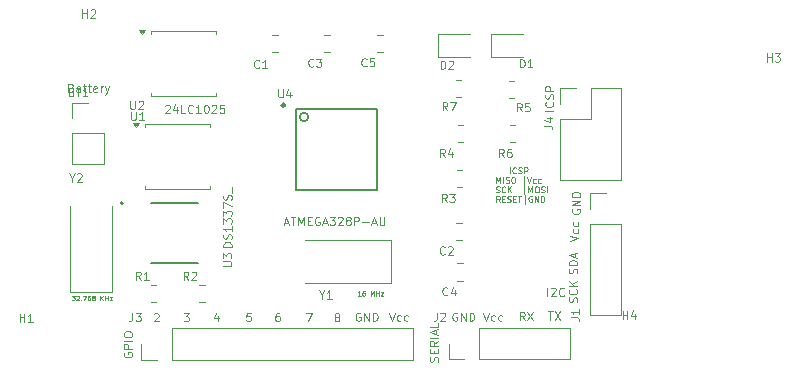
<source format=gto>
%TF.GenerationSoftware,KiCad,Pcbnew,9.0.0*%
%TF.CreationDate,2025-06-05T18:29:18+05:30*%
%TF.ProjectId,MCU datalogger,4d435520-6461-4746-916c-6f676765722e,1*%
%TF.SameCoordinates,Original*%
%TF.FileFunction,Legend,Top*%
%TF.FilePolarity,Positive*%
%FSLAX46Y46*%
G04 Gerber Fmt 4.6, Leading zero omitted, Abs format (unit mm)*
G04 Created by KiCad (PCBNEW 9.0.0) date 2025-06-05 18:29:18*
%MOMM*%
%LPD*%
G01*
G04 APERTURE LIST*
%ADD10C,0.100000*%
%ADD11C,0.050000*%
%ADD12C,0.120000*%
%ADD13C,0.152400*%
%ADD14C,0.254000*%
%ADD15C,0.127000*%
%ADD16C,0.200000*%
G04 APERTURE END LIST*
D10*
X95379800Y-115167677D02*
X95413133Y-115067677D01*
X95413133Y-115067677D02*
X95413133Y-114901011D01*
X95413133Y-114901011D02*
X95379800Y-114834344D01*
X95379800Y-114834344D02*
X95346466Y-114801011D01*
X95346466Y-114801011D02*
X95279800Y-114767677D01*
X95279800Y-114767677D02*
X95213133Y-114767677D01*
X95213133Y-114767677D02*
X95146466Y-114801011D01*
X95146466Y-114801011D02*
X95113133Y-114834344D01*
X95113133Y-114834344D02*
X95079800Y-114901011D01*
X95079800Y-114901011D02*
X95046466Y-115034344D01*
X95046466Y-115034344D02*
X95013133Y-115101011D01*
X95013133Y-115101011D02*
X94979800Y-115134344D01*
X94979800Y-115134344D02*
X94913133Y-115167677D01*
X94913133Y-115167677D02*
X94846466Y-115167677D01*
X94846466Y-115167677D02*
X94779800Y-115134344D01*
X94779800Y-115134344D02*
X94746466Y-115101011D01*
X94746466Y-115101011D02*
X94713133Y-115034344D01*
X94713133Y-115034344D02*
X94713133Y-114867677D01*
X94713133Y-114867677D02*
X94746466Y-114767677D01*
X95046466Y-114467677D02*
X95046466Y-114234344D01*
X95413133Y-114134344D02*
X95413133Y-114467677D01*
X95413133Y-114467677D02*
X94713133Y-114467677D01*
X94713133Y-114467677D02*
X94713133Y-114134344D01*
X95413133Y-113434344D02*
X95079800Y-113667677D01*
X95413133Y-113834344D02*
X94713133Y-113834344D01*
X94713133Y-113834344D02*
X94713133Y-113567677D01*
X94713133Y-113567677D02*
X94746466Y-113501011D01*
X94746466Y-113501011D02*
X94779800Y-113467677D01*
X94779800Y-113467677D02*
X94846466Y-113434344D01*
X94846466Y-113434344D02*
X94946466Y-113434344D01*
X94946466Y-113434344D02*
X95013133Y-113467677D01*
X95013133Y-113467677D02*
X95046466Y-113501011D01*
X95046466Y-113501011D02*
X95079800Y-113567677D01*
X95079800Y-113567677D02*
X95079800Y-113834344D01*
X95413133Y-113134344D02*
X94713133Y-113134344D01*
X95213133Y-112834344D02*
X95213133Y-112501011D01*
X95413133Y-112901011D02*
X94713133Y-112667678D01*
X94713133Y-112667678D02*
X95413133Y-112434344D01*
X95413133Y-111867678D02*
X95413133Y-112201011D01*
X95413133Y-112201011D02*
X94713133Y-112201011D01*
X104677255Y-109611733D02*
X104677255Y-108911733D01*
X104977255Y-108978400D02*
X105010588Y-108945066D01*
X105010588Y-108945066D02*
X105077255Y-108911733D01*
X105077255Y-108911733D02*
X105243922Y-108911733D01*
X105243922Y-108911733D02*
X105310588Y-108945066D01*
X105310588Y-108945066D02*
X105343922Y-108978400D01*
X105343922Y-108978400D02*
X105377255Y-109045066D01*
X105377255Y-109045066D02*
X105377255Y-109111733D01*
X105377255Y-109111733D02*
X105343922Y-109211733D01*
X105343922Y-109211733D02*
X104943922Y-109611733D01*
X104943922Y-109611733D02*
X105377255Y-109611733D01*
X106077255Y-109545066D02*
X106043922Y-109578400D01*
X106043922Y-109578400D02*
X105943922Y-109611733D01*
X105943922Y-109611733D02*
X105877255Y-109611733D01*
X105877255Y-109611733D02*
X105777255Y-109578400D01*
X105777255Y-109578400D02*
X105710589Y-109511733D01*
X105710589Y-109511733D02*
X105677255Y-109445066D01*
X105677255Y-109445066D02*
X105643922Y-109311733D01*
X105643922Y-109311733D02*
X105643922Y-109211733D01*
X105643922Y-109211733D02*
X105677255Y-109078400D01*
X105677255Y-109078400D02*
X105710589Y-109011733D01*
X105710589Y-109011733D02*
X105777255Y-108945066D01*
X105777255Y-108945066D02*
X105877255Y-108911733D01*
X105877255Y-108911733D02*
X105943922Y-108911733D01*
X105943922Y-108911733D02*
X106043922Y-108945066D01*
X106043922Y-108945066D02*
X106077255Y-108978400D01*
X79559789Y-111048433D02*
X79226455Y-111048433D01*
X79226455Y-111048433D02*
X79193122Y-111381766D01*
X79193122Y-111381766D02*
X79226455Y-111348433D01*
X79226455Y-111348433D02*
X79293122Y-111315100D01*
X79293122Y-111315100D02*
X79459789Y-111315100D01*
X79459789Y-111315100D02*
X79526455Y-111348433D01*
X79526455Y-111348433D02*
X79559789Y-111381766D01*
X79559789Y-111381766D02*
X79593122Y-111448433D01*
X79593122Y-111448433D02*
X79593122Y-111615100D01*
X79593122Y-111615100D02*
X79559789Y-111681766D01*
X79559789Y-111681766D02*
X79526455Y-111715100D01*
X79526455Y-111715100D02*
X79459789Y-111748433D01*
X79459789Y-111748433D02*
X79293122Y-111748433D01*
X79293122Y-111748433D02*
X79226455Y-111715100D01*
X79226455Y-111715100D02*
X79193122Y-111681766D01*
X68838466Y-114421277D02*
X68805133Y-114487944D01*
X68805133Y-114487944D02*
X68805133Y-114587944D01*
X68805133Y-114587944D02*
X68838466Y-114687944D01*
X68838466Y-114687944D02*
X68905133Y-114754611D01*
X68905133Y-114754611D02*
X68971800Y-114787944D01*
X68971800Y-114787944D02*
X69105133Y-114821277D01*
X69105133Y-114821277D02*
X69205133Y-114821277D01*
X69205133Y-114821277D02*
X69338466Y-114787944D01*
X69338466Y-114787944D02*
X69405133Y-114754611D01*
X69405133Y-114754611D02*
X69471800Y-114687944D01*
X69471800Y-114687944D02*
X69505133Y-114587944D01*
X69505133Y-114587944D02*
X69505133Y-114521277D01*
X69505133Y-114521277D02*
X69471800Y-114421277D01*
X69471800Y-114421277D02*
X69438466Y-114387944D01*
X69438466Y-114387944D02*
X69205133Y-114387944D01*
X69205133Y-114387944D02*
X69205133Y-114521277D01*
X69505133Y-114087944D02*
X68805133Y-114087944D01*
X68805133Y-114087944D02*
X68805133Y-113821277D01*
X68805133Y-113821277D02*
X68838466Y-113754611D01*
X68838466Y-113754611D02*
X68871800Y-113721277D01*
X68871800Y-113721277D02*
X68938466Y-113687944D01*
X68938466Y-113687944D02*
X69038466Y-113687944D01*
X69038466Y-113687944D02*
X69105133Y-113721277D01*
X69105133Y-113721277D02*
X69138466Y-113754611D01*
X69138466Y-113754611D02*
X69171800Y-113821277D01*
X69171800Y-113821277D02*
X69171800Y-114087944D01*
X69505133Y-113387944D02*
X68805133Y-113387944D01*
X68805133Y-112921278D02*
X68805133Y-112787944D01*
X68805133Y-112787944D02*
X68838466Y-112721278D01*
X68838466Y-112721278D02*
X68905133Y-112654611D01*
X68905133Y-112654611D02*
X69038466Y-112621278D01*
X69038466Y-112621278D02*
X69271800Y-112621278D01*
X69271800Y-112621278D02*
X69405133Y-112654611D01*
X69405133Y-112654611D02*
X69471800Y-112721278D01*
X69471800Y-112721278D02*
X69505133Y-112787944D01*
X69505133Y-112787944D02*
X69505133Y-112921278D01*
X69505133Y-112921278D02*
X69471800Y-112987944D01*
X69471800Y-112987944D02*
X69405133Y-113054611D01*
X69405133Y-113054611D02*
X69271800Y-113087944D01*
X69271800Y-113087944D02*
X69038466Y-113087944D01*
X69038466Y-113087944D02*
X68905133Y-113054611D01*
X68905133Y-113054611D02*
X68838466Y-112987944D01*
X68838466Y-112987944D02*
X68805133Y-112921278D01*
X107165400Y-107700077D02*
X107198733Y-107600077D01*
X107198733Y-107600077D02*
X107198733Y-107433411D01*
X107198733Y-107433411D02*
X107165400Y-107366744D01*
X107165400Y-107366744D02*
X107132066Y-107333411D01*
X107132066Y-107333411D02*
X107065400Y-107300077D01*
X107065400Y-107300077D02*
X106998733Y-107300077D01*
X106998733Y-107300077D02*
X106932066Y-107333411D01*
X106932066Y-107333411D02*
X106898733Y-107366744D01*
X106898733Y-107366744D02*
X106865400Y-107433411D01*
X106865400Y-107433411D02*
X106832066Y-107566744D01*
X106832066Y-107566744D02*
X106798733Y-107633411D01*
X106798733Y-107633411D02*
X106765400Y-107666744D01*
X106765400Y-107666744D02*
X106698733Y-107700077D01*
X106698733Y-107700077D02*
X106632066Y-107700077D01*
X106632066Y-107700077D02*
X106565400Y-107666744D01*
X106565400Y-107666744D02*
X106532066Y-107633411D01*
X106532066Y-107633411D02*
X106498733Y-107566744D01*
X106498733Y-107566744D02*
X106498733Y-107400077D01*
X106498733Y-107400077D02*
X106532066Y-107300077D01*
X107198733Y-107000077D02*
X106498733Y-107000077D01*
X106498733Y-107000077D02*
X106498733Y-106833410D01*
X106498733Y-106833410D02*
X106532066Y-106733410D01*
X106532066Y-106733410D02*
X106598733Y-106666744D01*
X106598733Y-106666744D02*
X106665400Y-106633410D01*
X106665400Y-106633410D02*
X106798733Y-106600077D01*
X106798733Y-106600077D02*
X106898733Y-106600077D01*
X106898733Y-106600077D02*
X107032066Y-106633410D01*
X107032066Y-106633410D02*
X107098733Y-106666744D01*
X107098733Y-106666744D02*
X107165400Y-106733410D01*
X107165400Y-106733410D02*
X107198733Y-106833410D01*
X107198733Y-106833410D02*
X107198733Y-107000077D01*
X106998733Y-106333410D02*
X106998733Y-106000077D01*
X107198733Y-106400077D02*
X106498733Y-106166744D01*
X106498733Y-106166744D02*
X107198733Y-105933410D01*
X91267655Y-111023033D02*
X91500989Y-111723033D01*
X91500989Y-111723033D02*
X91734322Y-111023033D01*
X92267655Y-111689700D02*
X92200989Y-111723033D01*
X92200989Y-111723033D02*
X92067655Y-111723033D01*
X92067655Y-111723033D02*
X92000989Y-111689700D01*
X92000989Y-111689700D02*
X91967655Y-111656366D01*
X91967655Y-111656366D02*
X91934322Y-111589700D01*
X91934322Y-111589700D02*
X91934322Y-111389700D01*
X91934322Y-111389700D02*
X91967655Y-111323033D01*
X91967655Y-111323033D02*
X92000989Y-111289700D01*
X92000989Y-111289700D02*
X92067655Y-111256366D01*
X92067655Y-111256366D02*
X92200989Y-111256366D01*
X92200989Y-111256366D02*
X92267655Y-111289700D01*
X92867655Y-111689700D02*
X92800989Y-111723033D01*
X92800989Y-111723033D02*
X92667655Y-111723033D01*
X92667655Y-111723033D02*
X92600989Y-111689700D01*
X92600989Y-111689700D02*
X92567655Y-111656366D01*
X92567655Y-111656366D02*
X92534322Y-111589700D01*
X92534322Y-111589700D02*
X92534322Y-111389700D01*
X92534322Y-111389700D02*
X92567655Y-111323033D01*
X92567655Y-111323033D02*
X92600989Y-111289700D01*
X92600989Y-111289700D02*
X92667655Y-111256366D01*
X92667655Y-111256366D02*
X92800989Y-111256366D01*
X92800989Y-111256366D02*
X92867655Y-111289700D01*
X101505292Y-99232993D02*
X101505292Y-98732993D01*
X102029101Y-99185374D02*
X102005292Y-99209184D01*
X102005292Y-99209184D02*
X101933863Y-99232993D01*
X101933863Y-99232993D02*
X101886244Y-99232993D01*
X101886244Y-99232993D02*
X101814816Y-99209184D01*
X101814816Y-99209184D02*
X101767197Y-99161564D01*
X101767197Y-99161564D02*
X101743387Y-99113945D01*
X101743387Y-99113945D02*
X101719578Y-99018707D01*
X101719578Y-99018707D02*
X101719578Y-98947279D01*
X101719578Y-98947279D02*
X101743387Y-98852041D01*
X101743387Y-98852041D02*
X101767197Y-98804422D01*
X101767197Y-98804422D02*
X101814816Y-98756803D01*
X101814816Y-98756803D02*
X101886244Y-98732993D01*
X101886244Y-98732993D02*
X101933863Y-98732993D01*
X101933863Y-98732993D02*
X102005292Y-98756803D01*
X102005292Y-98756803D02*
X102029101Y-98780612D01*
X102219578Y-99209184D02*
X102291006Y-99232993D01*
X102291006Y-99232993D02*
X102410054Y-99232993D01*
X102410054Y-99232993D02*
X102457673Y-99209184D01*
X102457673Y-99209184D02*
X102481482Y-99185374D01*
X102481482Y-99185374D02*
X102505292Y-99137755D01*
X102505292Y-99137755D02*
X102505292Y-99090136D01*
X102505292Y-99090136D02*
X102481482Y-99042517D01*
X102481482Y-99042517D02*
X102457673Y-99018707D01*
X102457673Y-99018707D02*
X102410054Y-98994898D01*
X102410054Y-98994898D02*
X102314816Y-98971088D01*
X102314816Y-98971088D02*
X102267197Y-98947279D01*
X102267197Y-98947279D02*
X102243387Y-98923469D01*
X102243387Y-98923469D02*
X102219578Y-98875850D01*
X102219578Y-98875850D02*
X102219578Y-98828231D01*
X102219578Y-98828231D02*
X102243387Y-98780612D01*
X102243387Y-98780612D02*
X102267197Y-98756803D01*
X102267197Y-98756803D02*
X102314816Y-98732993D01*
X102314816Y-98732993D02*
X102433863Y-98732993D01*
X102433863Y-98732993D02*
X102505292Y-98756803D01*
X102719577Y-99232993D02*
X102719577Y-98732993D01*
X102719577Y-98732993D02*
X102910053Y-98732993D01*
X102910053Y-98732993D02*
X102957672Y-98756803D01*
X102957672Y-98756803D02*
X102981482Y-98780612D01*
X102981482Y-98780612D02*
X103005291Y-98828231D01*
X103005291Y-98828231D02*
X103005291Y-98899660D01*
X103005291Y-98899660D02*
X102981482Y-98947279D01*
X102981482Y-98947279D02*
X102957672Y-98971088D01*
X102957672Y-98971088D02*
X102910053Y-98994898D01*
X102910053Y-98994898D02*
X102719577Y-98994898D01*
X100362436Y-100037965D02*
X100362436Y-99537965D01*
X100362436Y-99537965D02*
X100529103Y-99895108D01*
X100529103Y-99895108D02*
X100695769Y-99537965D01*
X100695769Y-99537965D02*
X100695769Y-100037965D01*
X100933865Y-100037965D02*
X100933865Y-99537965D01*
X101148151Y-100014156D02*
X101219579Y-100037965D01*
X101219579Y-100037965D02*
X101338627Y-100037965D01*
X101338627Y-100037965D02*
X101386246Y-100014156D01*
X101386246Y-100014156D02*
X101410055Y-99990346D01*
X101410055Y-99990346D02*
X101433865Y-99942727D01*
X101433865Y-99942727D02*
X101433865Y-99895108D01*
X101433865Y-99895108D02*
X101410055Y-99847489D01*
X101410055Y-99847489D02*
X101386246Y-99823679D01*
X101386246Y-99823679D02*
X101338627Y-99799870D01*
X101338627Y-99799870D02*
X101243389Y-99776060D01*
X101243389Y-99776060D02*
X101195770Y-99752251D01*
X101195770Y-99752251D02*
X101171960Y-99728441D01*
X101171960Y-99728441D02*
X101148151Y-99680822D01*
X101148151Y-99680822D02*
X101148151Y-99633203D01*
X101148151Y-99633203D02*
X101171960Y-99585584D01*
X101171960Y-99585584D02*
X101195770Y-99561775D01*
X101195770Y-99561775D02*
X101243389Y-99537965D01*
X101243389Y-99537965D02*
X101362436Y-99537965D01*
X101362436Y-99537965D02*
X101433865Y-99561775D01*
X101743388Y-99537965D02*
X101838626Y-99537965D01*
X101838626Y-99537965D02*
X101886245Y-99561775D01*
X101886245Y-99561775D02*
X101933864Y-99609394D01*
X101933864Y-99609394D02*
X101957674Y-99704632D01*
X101957674Y-99704632D02*
X101957674Y-99871298D01*
X101957674Y-99871298D02*
X101933864Y-99966536D01*
X101933864Y-99966536D02*
X101886245Y-100014156D01*
X101886245Y-100014156D02*
X101838626Y-100037965D01*
X101838626Y-100037965D02*
X101743388Y-100037965D01*
X101743388Y-100037965D02*
X101695769Y-100014156D01*
X101695769Y-100014156D02*
X101648150Y-99966536D01*
X101648150Y-99966536D02*
X101624341Y-99871298D01*
X101624341Y-99871298D02*
X101624341Y-99704632D01*
X101624341Y-99704632D02*
X101648150Y-99609394D01*
X101648150Y-99609394D02*
X101695769Y-99561775D01*
X101695769Y-99561775D02*
X101743388Y-99537965D01*
X102671960Y-100204632D02*
X102671960Y-99490346D01*
X102957674Y-99537965D02*
X103124340Y-100037965D01*
X103124340Y-100037965D02*
X103291007Y-99537965D01*
X103671959Y-100014156D02*
X103624340Y-100037965D01*
X103624340Y-100037965D02*
X103529102Y-100037965D01*
X103529102Y-100037965D02*
X103481483Y-100014156D01*
X103481483Y-100014156D02*
X103457673Y-99990346D01*
X103457673Y-99990346D02*
X103433864Y-99942727D01*
X103433864Y-99942727D02*
X103433864Y-99799870D01*
X103433864Y-99799870D02*
X103457673Y-99752251D01*
X103457673Y-99752251D02*
X103481483Y-99728441D01*
X103481483Y-99728441D02*
X103529102Y-99704632D01*
X103529102Y-99704632D02*
X103624340Y-99704632D01*
X103624340Y-99704632D02*
X103671959Y-99728441D01*
X104100530Y-100014156D02*
X104052911Y-100037965D01*
X104052911Y-100037965D02*
X103957673Y-100037965D01*
X103957673Y-100037965D02*
X103910054Y-100014156D01*
X103910054Y-100014156D02*
X103886244Y-99990346D01*
X103886244Y-99990346D02*
X103862435Y-99942727D01*
X103862435Y-99942727D02*
X103862435Y-99799870D01*
X103862435Y-99799870D02*
X103886244Y-99752251D01*
X103886244Y-99752251D02*
X103910054Y-99728441D01*
X103910054Y-99728441D02*
X103957673Y-99704632D01*
X103957673Y-99704632D02*
X104052911Y-99704632D01*
X104052911Y-99704632D02*
X104100530Y-99728441D01*
X100338627Y-100819128D02*
X100410055Y-100842937D01*
X100410055Y-100842937D02*
X100529103Y-100842937D01*
X100529103Y-100842937D02*
X100576722Y-100819128D01*
X100576722Y-100819128D02*
X100600531Y-100795318D01*
X100600531Y-100795318D02*
X100624341Y-100747699D01*
X100624341Y-100747699D02*
X100624341Y-100700080D01*
X100624341Y-100700080D02*
X100600531Y-100652461D01*
X100600531Y-100652461D02*
X100576722Y-100628651D01*
X100576722Y-100628651D02*
X100529103Y-100604842D01*
X100529103Y-100604842D02*
X100433865Y-100581032D01*
X100433865Y-100581032D02*
X100386246Y-100557223D01*
X100386246Y-100557223D02*
X100362436Y-100533413D01*
X100362436Y-100533413D02*
X100338627Y-100485794D01*
X100338627Y-100485794D02*
X100338627Y-100438175D01*
X100338627Y-100438175D02*
X100362436Y-100390556D01*
X100362436Y-100390556D02*
X100386246Y-100366747D01*
X100386246Y-100366747D02*
X100433865Y-100342937D01*
X100433865Y-100342937D02*
X100552912Y-100342937D01*
X100552912Y-100342937D02*
X100624341Y-100366747D01*
X101124340Y-100795318D02*
X101100531Y-100819128D01*
X101100531Y-100819128D02*
X101029102Y-100842937D01*
X101029102Y-100842937D02*
X100981483Y-100842937D01*
X100981483Y-100842937D02*
X100910055Y-100819128D01*
X100910055Y-100819128D02*
X100862436Y-100771508D01*
X100862436Y-100771508D02*
X100838626Y-100723889D01*
X100838626Y-100723889D02*
X100814817Y-100628651D01*
X100814817Y-100628651D02*
X100814817Y-100557223D01*
X100814817Y-100557223D02*
X100838626Y-100461985D01*
X100838626Y-100461985D02*
X100862436Y-100414366D01*
X100862436Y-100414366D02*
X100910055Y-100366747D01*
X100910055Y-100366747D02*
X100981483Y-100342937D01*
X100981483Y-100342937D02*
X101029102Y-100342937D01*
X101029102Y-100342937D02*
X101100531Y-100366747D01*
X101100531Y-100366747D02*
X101124340Y-100390556D01*
X101338626Y-100842937D02*
X101338626Y-100342937D01*
X101624340Y-100842937D02*
X101410055Y-100557223D01*
X101624340Y-100342937D02*
X101338626Y-100628651D01*
X102719578Y-101009604D02*
X102719578Y-100295318D01*
X103076720Y-100842937D02*
X103076720Y-100342937D01*
X103076720Y-100342937D02*
X103243387Y-100700080D01*
X103243387Y-100700080D02*
X103410053Y-100342937D01*
X103410053Y-100342937D02*
X103410053Y-100842937D01*
X103743387Y-100342937D02*
X103838625Y-100342937D01*
X103838625Y-100342937D02*
X103886244Y-100366747D01*
X103886244Y-100366747D02*
X103933863Y-100414366D01*
X103933863Y-100414366D02*
X103957673Y-100509604D01*
X103957673Y-100509604D02*
X103957673Y-100676270D01*
X103957673Y-100676270D02*
X103933863Y-100771508D01*
X103933863Y-100771508D02*
X103886244Y-100819128D01*
X103886244Y-100819128D02*
X103838625Y-100842937D01*
X103838625Y-100842937D02*
X103743387Y-100842937D01*
X103743387Y-100842937D02*
X103695768Y-100819128D01*
X103695768Y-100819128D02*
X103648149Y-100771508D01*
X103648149Y-100771508D02*
X103624340Y-100676270D01*
X103624340Y-100676270D02*
X103624340Y-100509604D01*
X103624340Y-100509604D02*
X103648149Y-100414366D01*
X103648149Y-100414366D02*
X103695768Y-100366747D01*
X103695768Y-100366747D02*
X103743387Y-100342937D01*
X104148150Y-100819128D02*
X104219578Y-100842937D01*
X104219578Y-100842937D02*
X104338626Y-100842937D01*
X104338626Y-100842937D02*
X104386245Y-100819128D01*
X104386245Y-100819128D02*
X104410054Y-100795318D01*
X104410054Y-100795318D02*
X104433864Y-100747699D01*
X104433864Y-100747699D02*
X104433864Y-100700080D01*
X104433864Y-100700080D02*
X104410054Y-100652461D01*
X104410054Y-100652461D02*
X104386245Y-100628651D01*
X104386245Y-100628651D02*
X104338626Y-100604842D01*
X104338626Y-100604842D02*
X104243388Y-100581032D01*
X104243388Y-100581032D02*
X104195769Y-100557223D01*
X104195769Y-100557223D02*
X104171959Y-100533413D01*
X104171959Y-100533413D02*
X104148150Y-100485794D01*
X104148150Y-100485794D02*
X104148150Y-100438175D01*
X104148150Y-100438175D02*
X104171959Y-100390556D01*
X104171959Y-100390556D02*
X104195769Y-100366747D01*
X104195769Y-100366747D02*
X104243388Y-100342937D01*
X104243388Y-100342937D02*
X104362435Y-100342937D01*
X104362435Y-100342937D02*
X104433864Y-100366747D01*
X104648149Y-100842937D02*
X104648149Y-100342937D01*
X100648150Y-101647909D02*
X100481484Y-101409814D01*
X100362436Y-101647909D02*
X100362436Y-101147909D01*
X100362436Y-101147909D02*
X100552912Y-101147909D01*
X100552912Y-101147909D02*
X100600531Y-101171719D01*
X100600531Y-101171719D02*
X100624341Y-101195528D01*
X100624341Y-101195528D02*
X100648150Y-101243147D01*
X100648150Y-101243147D02*
X100648150Y-101314576D01*
X100648150Y-101314576D02*
X100624341Y-101362195D01*
X100624341Y-101362195D02*
X100600531Y-101386004D01*
X100600531Y-101386004D02*
X100552912Y-101409814D01*
X100552912Y-101409814D02*
X100362436Y-101409814D01*
X100862436Y-101386004D02*
X101029103Y-101386004D01*
X101100531Y-101647909D02*
X100862436Y-101647909D01*
X100862436Y-101647909D02*
X100862436Y-101147909D01*
X100862436Y-101147909D02*
X101100531Y-101147909D01*
X101291008Y-101624100D02*
X101362436Y-101647909D01*
X101362436Y-101647909D02*
X101481484Y-101647909D01*
X101481484Y-101647909D02*
X101529103Y-101624100D01*
X101529103Y-101624100D02*
X101552912Y-101600290D01*
X101552912Y-101600290D02*
X101576722Y-101552671D01*
X101576722Y-101552671D02*
X101576722Y-101505052D01*
X101576722Y-101505052D02*
X101552912Y-101457433D01*
X101552912Y-101457433D02*
X101529103Y-101433623D01*
X101529103Y-101433623D02*
X101481484Y-101409814D01*
X101481484Y-101409814D02*
X101386246Y-101386004D01*
X101386246Y-101386004D02*
X101338627Y-101362195D01*
X101338627Y-101362195D02*
X101314817Y-101338385D01*
X101314817Y-101338385D02*
X101291008Y-101290766D01*
X101291008Y-101290766D02*
X101291008Y-101243147D01*
X101291008Y-101243147D02*
X101314817Y-101195528D01*
X101314817Y-101195528D02*
X101338627Y-101171719D01*
X101338627Y-101171719D02*
X101386246Y-101147909D01*
X101386246Y-101147909D02*
X101505293Y-101147909D01*
X101505293Y-101147909D02*
X101576722Y-101171719D01*
X101791007Y-101386004D02*
X101957674Y-101386004D01*
X102029102Y-101647909D02*
X101791007Y-101647909D01*
X101791007Y-101647909D02*
X101791007Y-101147909D01*
X101791007Y-101147909D02*
X102029102Y-101147909D01*
X102171960Y-101147909D02*
X102457674Y-101147909D01*
X102314817Y-101647909D02*
X102314817Y-101147909D01*
X102743388Y-101814576D02*
X102743388Y-101100290D01*
X103362435Y-101171719D02*
X103314816Y-101147909D01*
X103314816Y-101147909D02*
X103243387Y-101147909D01*
X103243387Y-101147909D02*
X103171959Y-101171719D01*
X103171959Y-101171719D02*
X103124340Y-101219338D01*
X103124340Y-101219338D02*
X103100530Y-101266957D01*
X103100530Y-101266957D02*
X103076721Y-101362195D01*
X103076721Y-101362195D02*
X103076721Y-101433623D01*
X103076721Y-101433623D02*
X103100530Y-101528861D01*
X103100530Y-101528861D02*
X103124340Y-101576480D01*
X103124340Y-101576480D02*
X103171959Y-101624100D01*
X103171959Y-101624100D02*
X103243387Y-101647909D01*
X103243387Y-101647909D02*
X103291006Y-101647909D01*
X103291006Y-101647909D02*
X103362435Y-101624100D01*
X103362435Y-101624100D02*
X103386244Y-101600290D01*
X103386244Y-101600290D02*
X103386244Y-101433623D01*
X103386244Y-101433623D02*
X103291006Y-101433623D01*
X103600530Y-101647909D02*
X103600530Y-101147909D01*
X103600530Y-101147909D02*
X103886244Y-101647909D01*
X103886244Y-101647909D02*
X103886244Y-101147909D01*
X104124340Y-101647909D02*
X104124340Y-101147909D01*
X104124340Y-101147909D02*
X104243388Y-101147909D01*
X104243388Y-101147909D02*
X104314816Y-101171719D01*
X104314816Y-101171719D02*
X104362435Y-101219338D01*
X104362435Y-101219338D02*
X104386245Y-101266957D01*
X104386245Y-101266957D02*
X104410054Y-101362195D01*
X104410054Y-101362195D02*
X104410054Y-101433623D01*
X104410054Y-101433623D02*
X104386245Y-101528861D01*
X104386245Y-101528861D02*
X104362435Y-101576480D01*
X104362435Y-101576480D02*
X104314816Y-101624100D01*
X104314816Y-101624100D02*
X104243388Y-101647909D01*
X104243388Y-101647909D02*
X104124340Y-101647909D01*
X106786066Y-102270877D02*
X106752733Y-102337544D01*
X106752733Y-102337544D02*
X106752733Y-102437544D01*
X106752733Y-102437544D02*
X106786066Y-102537544D01*
X106786066Y-102537544D02*
X106852733Y-102604211D01*
X106852733Y-102604211D02*
X106919400Y-102637544D01*
X106919400Y-102637544D02*
X107052733Y-102670877D01*
X107052733Y-102670877D02*
X107152733Y-102670877D01*
X107152733Y-102670877D02*
X107286066Y-102637544D01*
X107286066Y-102637544D02*
X107352733Y-102604211D01*
X107352733Y-102604211D02*
X107419400Y-102537544D01*
X107419400Y-102537544D02*
X107452733Y-102437544D01*
X107452733Y-102437544D02*
X107452733Y-102370877D01*
X107452733Y-102370877D02*
X107419400Y-102270877D01*
X107419400Y-102270877D02*
X107386066Y-102237544D01*
X107386066Y-102237544D02*
X107152733Y-102237544D01*
X107152733Y-102237544D02*
X107152733Y-102370877D01*
X107452733Y-101937544D02*
X106752733Y-101937544D01*
X106752733Y-101937544D02*
X107452733Y-101537544D01*
X107452733Y-101537544D02*
X106752733Y-101537544D01*
X107452733Y-101204211D02*
X106752733Y-101204211D01*
X106752733Y-101204211D02*
X106752733Y-101037544D01*
X106752733Y-101037544D02*
X106786066Y-100937544D01*
X106786066Y-100937544D02*
X106852733Y-100870878D01*
X106852733Y-100870878D02*
X106919400Y-100837544D01*
X106919400Y-100837544D02*
X107052733Y-100804211D01*
X107052733Y-100804211D02*
X107152733Y-100804211D01*
X107152733Y-100804211D02*
X107286066Y-100837544D01*
X107286066Y-100837544D02*
X107352733Y-100870878D01*
X107352733Y-100870878D02*
X107419400Y-100937544D01*
X107419400Y-100937544D02*
X107452733Y-101037544D01*
X107452733Y-101037544D02*
X107452733Y-101204211D01*
X104739655Y-110918333D02*
X105139655Y-110918333D01*
X104939655Y-111618333D02*
X104939655Y-110918333D01*
X105306322Y-110918333D02*
X105772988Y-111618333D01*
X105772988Y-110918333D02*
X105306322Y-111618333D01*
X86794055Y-111373833D02*
X86727389Y-111340500D01*
X86727389Y-111340500D02*
X86694055Y-111307166D01*
X86694055Y-111307166D02*
X86660722Y-111240500D01*
X86660722Y-111240500D02*
X86660722Y-111207166D01*
X86660722Y-111207166D02*
X86694055Y-111140500D01*
X86694055Y-111140500D02*
X86727389Y-111107166D01*
X86727389Y-111107166D02*
X86794055Y-111073833D01*
X86794055Y-111073833D02*
X86927389Y-111073833D01*
X86927389Y-111073833D02*
X86994055Y-111107166D01*
X86994055Y-111107166D02*
X87027389Y-111140500D01*
X87027389Y-111140500D02*
X87060722Y-111207166D01*
X87060722Y-111207166D02*
X87060722Y-111240500D01*
X87060722Y-111240500D02*
X87027389Y-111307166D01*
X87027389Y-111307166D02*
X86994055Y-111340500D01*
X86994055Y-111340500D02*
X86927389Y-111373833D01*
X86927389Y-111373833D02*
X86794055Y-111373833D01*
X86794055Y-111373833D02*
X86727389Y-111407166D01*
X86727389Y-111407166D02*
X86694055Y-111440500D01*
X86694055Y-111440500D02*
X86660722Y-111507166D01*
X86660722Y-111507166D02*
X86660722Y-111640500D01*
X86660722Y-111640500D02*
X86694055Y-111707166D01*
X86694055Y-111707166D02*
X86727389Y-111740500D01*
X86727389Y-111740500D02*
X86794055Y-111773833D01*
X86794055Y-111773833D02*
X86927389Y-111773833D01*
X86927389Y-111773833D02*
X86994055Y-111740500D01*
X86994055Y-111740500D02*
X87027389Y-111707166D01*
X87027389Y-111707166D02*
X87060722Y-111640500D01*
X87060722Y-111640500D02*
X87060722Y-111507166D01*
X87060722Y-111507166D02*
X87027389Y-111440500D01*
X87027389Y-111440500D02*
X86994055Y-111407166D01*
X86994055Y-111407166D02*
X86927389Y-111373833D01*
X99243255Y-111019933D02*
X99476589Y-111719933D01*
X99476589Y-111719933D02*
X99709922Y-111019933D01*
X100243255Y-111686600D02*
X100176589Y-111719933D01*
X100176589Y-111719933D02*
X100043255Y-111719933D01*
X100043255Y-111719933D02*
X99976589Y-111686600D01*
X99976589Y-111686600D02*
X99943255Y-111653266D01*
X99943255Y-111653266D02*
X99909922Y-111586600D01*
X99909922Y-111586600D02*
X99909922Y-111386600D01*
X99909922Y-111386600D02*
X99943255Y-111319933D01*
X99943255Y-111319933D02*
X99976589Y-111286600D01*
X99976589Y-111286600D02*
X100043255Y-111253266D01*
X100043255Y-111253266D02*
X100176589Y-111253266D01*
X100176589Y-111253266D02*
X100243255Y-111286600D01*
X100843255Y-111686600D02*
X100776589Y-111719933D01*
X100776589Y-111719933D02*
X100643255Y-111719933D01*
X100643255Y-111719933D02*
X100576589Y-111686600D01*
X100576589Y-111686600D02*
X100543255Y-111653266D01*
X100543255Y-111653266D02*
X100509922Y-111586600D01*
X100509922Y-111586600D02*
X100509922Y-111386600D01*
X100509922Y-111386600D02*
X100543255Y-111319933D01*
X100543255Y-111319933D02*
X100576589Y-111286600D01*
X100576589Y-111286600D02*
X100643255Y-111253266D01*
X100643255Y-111253266D02*
X100776589Y-111253266D01*
X100776589Y-111253266D02*
X100843255Y-111286600D01*
X102750455Y-111675333D02*
X102517122Y-111342000D01*
X102350455Y-111675333D02*
X102350455Y-110975333D01*
X102350455Y-110975333D02*
X102617122Y-110975333D01*
X102617122Y-110975333D02*
X102683789Y-111008666D01*
X102683789Y-111008666D02*
X102717122Y-111042000D01*
X102717122Y-111042000D02*
X102750455Y-111108666D01*
X102750455Y-111108666D02*
X102750455Y-111208666D01*
X102750455Y-111208666D02*
X102717122Y-111275333D01*
X102717122Y-111275333D02*
X102683789Y-111308666D01*
X102683789Y-111308666D02*
X102617122Y-111342000D01*
X102617122Y-111342000D02*
X102350455Y-111342000D01*
X102983789Y-110975333D02*
X103450455Y-111675333D01*
X103450455Y-110975333D02*
X102983789Y-111675333D01*
X84239789Y-111073833D02*
X84706455Y-111073833D01*
X84706455Y-111073833D02*
X84406455Y-111773833D01*
X107165400Y-110138477D02*
X107198733Y-110038477D01*
X107198733Y-110038477D02*
X107198733Y-109871811D01*
X107198733Y-109871811D02*
X107165400Y-109805144D01*
X107165400Y-109805144D02*
X107132066Y-109771811D01*
X107132066Y-109771811D02*
X107065400Y-109738477D01*
X107065400Y-109738477D02*
X106998733Y-109738477D01*
X106998733Y-109738477D02*
X106932066Y-109771811D01*
X106932066Y-109771811D02*
X106898733Y-109805144D01*
X106898733Y-109805144D02*
X106865400Y-109871811D01*
X106865400Y-109871811D02*
X106832066Y-110005144D01*
X106832066Y-110005144D02*
X106798733Y-110071811D01*
X106798733Y-110071811D02*
X106765400Y-110105144D01*
X106765400Y-110105144D02*
X106698733Y-110138477D01*
X106698733Y-110138477D02*
X106632066Y-110138477D01*
X106632066Y-110138477D02*
X106565400Y-110105144D01*
X106565400Y-110105144D02*
X106532066Y-110071811D01*
X106532066Y-110071811D02*
X106498733Y-110005144D01*
X106498733Y-110005144D02*
X106498733Y-109838477D01*
X106498733Y-109838477D02*
X106532066Y-109738477D01*
X107132066Y-109038477D02*
X107165400Y-109071810D01*
X107165400Y-109071810D02*
X107198733Y-109171810D01*
X107198733Y-109171810D02*
X107198733Y-109238477D01*
X107198733Y-109238477D02*
X107165400Y-109338477D01*
X107165400Y-109338477D02*
X107098733Y-109405144D01*
X107098733Y-109405144D02*
X107032066Y-109438477D01*
X107032066Y-109438477D02*
X106898733Y-109471810D01*
X106898733Y-109471810D02*
X106798733Y-109471810D01*
X106798733Y-109471810D02*
X106665400Y-109438477D01*
X106665400Y-109438477D02*
X106598733Y-109405144D01*
X106598733Y-109405144D02*
X106532066Y-109338477D01*
X106532066Y-109338477D02*
X106498733Y-109238477D01*
X106498733Y-109238477D02*
X106498733Y-109171810D01*
X106498733Y-109171810D02*
X106532066Y-109071810D01*
X106532066Y-109071810D02*
X106565400Y-109038477D01*
X107198733Y-108738477D02*
X106498733Y-108738477D01*
X107198733Y-108338477D02*
X106798733Y-108638477D01*
X106498733Y-108338477D02*
X106898733Y-108738477D01*
X73876589Y-111073833D02*
X74309922Y-111073833D01*
X74309922Y-111073833D02*
X74076589Y-111340500D01*
X74076589Y-111340500D02*
X74176589Y-111340500D01*
X74176589Y-111340500D02*
X74243255Y-111373833D01*
X74243255Y-111373833D02*
X74276589Y-111407166D01*
X74276589Y-111407166D02*
X74309922Y-111473833D01*
X74309922Y-111473833D02*
X74309922Y-111640500D01*
X74309922Y-111640500D02*
X74276589Y-111707166D01*
X74276589Y-111707166D02*
X74243255Y-111740500D01*
X74243255Y-111740500D02*
X74176589Y-111773833D01*
X74176589Y-111773833D02*
X73976589Y-111773833D01*
X73976589Y-111773833D02*
X73909922Y-111740500D01*
X73909922Y-111740500D02*
X73876589Y-111707166D01*
X106600333Y-104972744D02*
X107300333Y-104739411D01*
X107300333Y-104739411D02*
X106600333Y-104506077D01*
X107267000Y-103972744D02*
X107300333Y-104039411D01*
X107300333Y-104039411D02*
X107300333Y-104172744D01*
X107300333Y-104172744D02*
X107267000Y-104239411D01*
X107267000Y-104239411D02*
X107233666Y-104272744D01*
X107233666Y-104272744D02*
X107167000Y-104306077D01*
X107167000Y-104306077D02*
X106967000Y-104306077D01*
X106967000Y-104306077D02*
X106900333Y-104272744D01*
X106900333Y-104272744D02*
X106867000Y-104239411D01*
X106867000Y-104239411D02*
X106833666Y-104172744D01*
X106833666Y-104172744D02*
X106833666Y-104039411D01*
X106833666Y-104039411D02*
X106867000Y-103972744D01*
X107267000Y-103372744D02*
X107300333Y-103439411D01*
X107300333Y-103439411D02*
X107300333Y-103572744D01*
X107300333Y-103572744D02*
X107267000Y-103639411D01*
X107267000Y-103639411D02*
X107233666Y-103672744D01*
X107233666Y-103672744D02*
X107167000Y-103706077D01*
X107167000Y-103706077D02*
X106967000Y-103706077D01*
X106967000Y-103706077D02*
X106900333Y-103672744D01*
X106900333Y-103672744D02*
X106867000Y-103639411D01*
X106867000Y-103639411D02*
X106833666Y-103572744D01*
X106833666Y-103572744D02*
X106833666Y-103439411D01*
X106833666Y-103439411D02*
X106867000Y-103372744D01*
X76808655Y-111281766D02*
X76808655Y-111748433D01*
X76641989Y-111015100D02*
X76475322Y-111515100D01*
X76475322Y-111515100D02*
X76908655Y-111515100D01*
X97017522Y-111053266D02*
X96950855Y-111019933D01*
X96950855Y-111019933D02*
X96850855Y-111019933D01*
X96850855Y-111019933D02*
X96750855Y-111053266D01*
X96750855Y-111053266D02*
X96684189Y-111119933D01*
X96684189Y-111119933D02*
X96650855Y-111186600D01*
X96650855Y-111186600D02*
X96617522Y-111319933D01*
X96617522Y-111319933D02*
X96617522Y-111419933D01*
X96617522Y-111419933D02*
X96650855Y-111553266D01*
X96650855Y-111553266D02*
X96684189Y-111619933D01*
X96684189Y-111619933D02*
X96750855Y-111686600D01*
X96750855Y-111686600D02*
X96850855Y-111719933D01*
X96850855Y-111719933D02*
X96917522Y-111719933D01*
X96917522Y-111719933D02*
X97017522Y-111686600D01*
X97017522Y-111686600D02*
X97050855Y-111653266D01*
X97050855Y-111653266D02*
X97050855Y-111419933D01*
X97050855Y-111419933D02*
X96917522Y-111419933D01*
X97350855Y-111719933D02*
X97350855Y-111019933D01*
X97350855Y-111019933D02*
X97750855Y-111719933D01*
X97750855Y-111719933D02*
X97750855Y-111019933D01*
X98084188Y-111719933D02*
X98084188Y-111019933D01*
X98084188Y-111019933D02*
X98250855Y-111019933D01*
X98250855Y-111019933D02*
X98350855Y-111053266D01*
X98350855Y-111053266D02*
X98417522Y-111119933D01*
X98417522Y-111119933D02*
X98450855Y-111186600D01*
X98450855Y-111186600D02*
X98484188Y-111319933D01*
X98484188Y-111319933D02*
X98484188Y-111419933D01*
X98484188Y-111419933D02*
X98450855Y-111553266D01*
X98450855Y-111553266D02*
X98417522Y-111619933D01*
X98417522Y-111619933D02*
X98350855Y-111686600D01*
X98350855Y-111686600D02*
X98250855Y-111719933D01*
X98250855Y-111719933D02*
X98084188Y-111719933D01*
X71369922Y-111140500D02*
X71403255Y-111107166D01*
X71403255Y-111107166D02*
X71469922Y-111073833D01*
X71469922Y-111073833D02*
X71636589Y-111073833D01*
X71636589Y-111073833D02*
X71703255Y-111107166D01*
X71703255Y-111107166D02*
X71736589Y-111140500D01*
X71736589Y-111140500D02*
X71769922Y-111207166D01*
X71769922Y-111207166D02*
X71769922Y-111273833D01*
X71769922Y-111273833D02*
X71736589Y-111373833D01*
X71736589Y-111373833D02*
X71336589Y-111773833D01*
X71336589Y-111773833D02*
X71769922Y-111773833D01*
X81964855Y-111048433D02*
X81831522Y-111048433D01*
X81831522Y-111048433D02*
X81764855Y-111081766D01*
X81764855Y-111081766D02*
X81731522Y-111115100D01*
X81731522Y-111115100D02*
X81664855Y-111215100D01*
X81664855Y-111215100D02*
X81631522Y-111348433D01*
X81631522Y-111348433D02*
X81631522Y-111615100D01*
X81631522Y-111615100D02*
X81664855Y-111681766D01*
X81664855Y-111681766D02*
X81698189Y-111715100D01*
X81698189Y-111715100D02*
X81764855Y-111748433D01*
X81764855Y-111748433D02*
X81898189Y-111748433D01*
X81898189Y-111748433D02*
X81964855Y-111715100D01*
X81964855Y-111715100D02*
X81998189Y-111681766D01*
X81998189Y-111681766D02*
X82031522Y-111615100D01*
X82031522Y-111615100D02*
X82031522Y-111448433D01*
X82031522Y-111448433D02*
X81998189Y-111381766D01*
X81998189Y-111381766D02*
X81964855Y-111348433D01*
X81964855Y-111348433D02*
X81898189Y-111315100D01*
X81898189Y-111315100D02*
X81764855Y-111315100D01*
X81764855Y-111315100D02*
X81698189Y-111348433D01*
X81698189Y-111348433D02*
X81664855Y-111381766D01*
X81664855Y-111381766D02*
X81631522Y-111448433D01*
X88838722Y-111056366D02*
X88772055Y-111023033D01*
X88772055Y-111023033D02*
X88672055Y-111023033D01*
X88672055Y-111023033D02*
X88572055Y-111056366D01*
X88572055Y-111056366D02*
X88505389Y-111123033D01*
X88505389Y-111123033D02*
X88472055Y-111189700D01*
X88472055Y-111189700D02*
X88438722Y-111323033D01*
X88438722Y-111323033D02*
X88438722Y-111423033D01*
X88438722Y-111423033D02*
X88472055Y-111556366D01*
X88472055Y-111556366D02*
X88505389Y-111623033D01*
X88505389Y-111623033D02*
X88572055Y-111689700D01*
X88572055Y-111689700D02*
X88672055Y-111723033D01*
X88672055Y-111723033D02*
X88738722Y-111723033D01*
X88738722Y-111723033D02*
X88838722Y-111689700D01*
X88838722Y-111689700D02*
X88872055Y-111656366D01*
X88872055Y-111656366D02*
X88872055Y-111423033D01*
X88872055Y-111423033D02*
X88738722Y-111423033D01*
X89172055Y-111723033D02*
X89172055Y-111023033D01*
X89172055Y-111023033D02*
X89572055Y-111723033D01*
X89572055Y-111723033D02*
X89572055Y-111023033D01*
X89905388Y-111723033D02*
X89905388Y-111023033D01*
X89905388Y-111023033D02*
X90072055Y-111023033D01*
X90072055Y-111023033D02*
X90172055Y-111056366D01*
X90172055Y-111056366D02*
X90238722Y-111123033D01*
X90238722Y-111123033D02*
X90272055Y-111189700D01*
X90272055Y-111189700D02*
X90305388Y-111323033D01*
X90305388Y-111323033D02*
X90305388Y-111423033D01*
X90305388Y-111423033D02*
X90272055Y-111556366D01*
X90272055Y-111556366D02*
X90238722Y-111623033D01*
X90238722Y-111623033D02*
X90172055Y-111689700D01*
X90172055Y-111689700D02*
X90072055Y-111723033D01*
X90072055Y-111723033D02*
X89905388Y-111723033D01*
X105192133Y-93925344D02*
X104492133Y-93925344D01*
X105125466Y-93192011D02*
X105158800Y-93225344D01*
X105158800Y-93225344D02*
X105192133Y-93325344D01*
X105192133Y-93325344D02*
X105192133Y-93392011D01*
X105192133Y-93392011D02*
X105158800Y-93492011D01*
X105158800Y-93492011D02*
X105092133Y-93558678D01*
X105092133Y-93558678D02*
X105025466Y-93592011D01*
X105025466Y-93592011D02*
X104892133Y-93625344D01*
X104892133Y-93625344D02*
X104792133Y-93625344D01*
X104792133Y-93625344D02*
X104658800Y-93592011D01*
X104658800Y-93592011D02*
X104592133Y-93558678D01*
X104592133Y-93558678D02*
X104525466Y-93492011D01*
X104525466Y-93492011D02*
X104492133Y-93392011D01*
X104492133Y-93392011D02*
X104492133Y-93325344D01*
X104492133Y-93325344D02*
X104525466Y-93225344D01*
X104525466Y-93225344D02*
X104558800Y-93192011D01*
X105158800Y-92925344D02*
X105192133Y-92825344D01*
X105192133Y-92825344D02*
X105192133Y-92658678D01*
X105192133Y-92658678D02*
X105158800Y-92592011D01*
X105158800Y-92592011D02*
X105125466Y-92558678D01*
X105125466Y-92558678D02*
X105058800Y-92525344D01*
X105058800Y-92525344D02*
X104992133Y-92525344D01*
X104992133Y-92525344D02*
X104925466Y-92558678D01*
X104925466Y-92558678D02*
X104892133Y-92592011D01*
X104892133Y-92592011D02*
X104858800Y-92658678D01*
X104858800Y-92658678D02*
X104825466Y-92792011D01*
X104825466Y-92792011D02*
X104792133Y-92858678D01*
X104792133Y-92858678D02*
X104758800Y-92892011D01*
X104758800Y-92892011D02*
X104692133Y-92925344D01*
X104692133Y-92925344D02*
X104625466Y-92925344D01*
X104625466Y-92925344D02*
X104558800Y-92892011D01*
X104558800Y-92892011D02*
X104525466Y-92858678D01*
X104525466Y-92858678D02*
X104492133Y-92792011D01*
X104492133Y-92792011D02*
X104492133Y-92625344D01*
X104492133Y-92625344D02*
X104525466Y-92525344D01*
X105192133Y-92225344D02*
X104492133Y-92225344D01*
X104492133Y-92225344D02*
X104492133Y-91958677D01*
X104492133Y-91958677D02*
X104525466Y-91892011D01*
X104525466Y-91892011D02*
X104558800Y-91858677D01*
X104558800Y-91858677D02*
X104625466Y-91825344D01*
X104625466Y-91825344D02*
X104725466Y-91825344D01*
X104725466Y-91825344D02*
X104792133Y-91858677D01*
X104792133Y-91858677D02*
X104825466Y-91892011D01*
X104825466Y-91892011D02*
X104858800Y-91958677D01*
X104858800Y-91958677D02*
X104858800Y-92225344D01*
X64372400Y-92311366D02*
X64472400Y-92344700D01*
X64472400Y-92344700D02*
X64505733Y-92378033D01*
X64505733Y-92378033D02*
X64539066Y-92444700D01*
X64539066Y-92444700D02*
X64539066Y-92544700D01*
X64539066Y-92544700D02*
X64505733Y-92611366D01*
X64505733Y-92611366D02*
X64472400Y-92644700D01*
X64472400Y-92644700D02*
X64405733Y-92678033D01*
X64405733Y-92678033D02*
X64139066Y-92678033D01*
X64139066Y-92678033D02*
X64139066Y-91978033D01*
X64139066Y-91978033D02*
X64372400Y-91978033D01*
X64372400Y-91978033D02*
X64439066Y-92011366D01*
X64439066Y-92011366D02*
X64472400Y-92044700D01*
X64472400Y-92044700D02*
X64505733Y-92111366D01*
X64505733Y-92111366D02*
X64505733Y-92178033D01*
X64505733Y-92178033D02*
X64472400Y-92244700D01*
X64472400Y-92244700D02*
X64439066Y-92278033D01*
X64439066Y-92278033D02*
X64372400Y-92311366D01*
X64372400Y-92311366D02*
X64139066Y-92311366D01*
X64739066Y-91978033D02*
X65139066Y-91978033D01*
X64939066Y-92678033D02*
X64939066Y-91978033D01*
X65739066Y-92678033D02*
X65339066Y-92678033D01*
X65539066Y-92678033D02*
X65539066Y-91978033D01*
X65539066Y-91978033D02*
X65472399Y-92078033D01*
X65472399Y-92078033D02*
X65405733Y-92144700D01*
X65405733Y-92144700D02*
X65339066Y-92178033D01*
X64361401Y-91976166D02*
X64461401Y-92009500D01*
X64461401Y-92009500D02*
X64494734Y-92042833D01*
X64494734Y-92042833D02*
X64528067Y-92109500D01*
X64528067Y-92109500D02*
X64528067Y-92209500D01*
X64528067Y-92209500D02*
X64494734Y-92276166D01*
X64494734Y-92276166D02*
X64461401Y-92309500D01*
X64461401Y-92309500D02*
X64394734Y-92342833D01*
X64394734Y-92342833D02*
X64128067Y-92342833D01*
X64128067Y-92342833D02*
X64128067Y-91642833D01*
X64128067Y-91642833D02*
X64361401Y-91642833D01*
X64361401Y-91642833D02*
X64428067Y-91676166D01*
X64428067Y-91676166D02*
X64461401Y-91709500D01*
X64461401Y-91709500D02*
X64494734Y-91776166D01*
X64494734Y-91776166D02*
X64494734Y-91842833D01*
X64494734Y-91842833D02*
X64461401Y-91909500D01*
X64461401Y-91909500D02*
X64428067Y-91942833D01*
X64428067Y-91942833D02*
X64361401Y-91976166D01*
X64361401Y-91976166D02*
X64128067Y-91976166D01*
X65128067Y-92342833D02*
X65128067Y-91976166D01*
X65128067Y-91976166D02*
X65094734Y-91909500D01*
X65094734Y-91909500D02*
X65028067Y-91876166D01*
X65028067Y-91876166D02*
X64894734Y-91876166D01*
X64894734Y-91876166D02*
X64828067Y-91909500D01*
X65128067Y-92309500D02*
X65061401Y-92342833D01*
X65061401Y-92342833D02*
X64894734Y-92342833D01*
X64894734Y-92342833D02*
X64828067Y-92309500D01*
X64828067Y-92309500D02*
X64794734Y-92242833D01*
X64794734Y-92242833D02*
X64794734Y-92176166D01*
X64794734Y-92176166D02*
X64828067Y-92109500D01*
X64828067Y-92109500D02*
X64894734Y-92076166D01*
X64894734Y-92076166D02*
X65061401Y-92076166D01*
X65061401Y-92076166D02*
X65128067Y-92042833D01*
X65361400Y-91876166D02*
X65628067Y-91876166D01*
X65461400Y-91642833D02*
X65461400Y-92242833D01*
X65461400Y-92242833D02*
X65494734Y-92309500D01*
X65494734Y-92309500D02*
X65561400Y-92342833D01*
X65561400Y-92342833D02*
X65628067Y-92342833D01*
X65761400Y-91876166D02*
X66028067Y-91876166D01*
X65861400Y-91642833D02*
X65861400Y-92242833D01*
X65861400Y-92242833D02*
X65894734Y-92309500D01*
X65894734Y-92309500D02*
X65961400Y-92342833D01*
X65961400Y-92342833D02*
X66028067Y-92342833D01*
X66528067Y-92309500D02*
X66461400Y-92342833D01*
X66461400Y-92342833D02*
X66328067Y-92342833D01*
X66328067Y-92342833D02*
X66261400Y-92309500D01*
X66261400Y-92309500D02*
X66228067Y-92242833D01*
X66228067Y-92242833D02*
X66228067Y-91976166D01*
X66228067Y-91976166D02*
X66261400Y-91909500D01*
X66261400Y-91909500D02*
X66328067Y-91876166D01*
X66328067Y-91876166D02*
X66461400Y-91876166D01*
X66461400Y-91876166D02*
X66528067Y-91909500D01*
X66528067Y-91909500D02*
X66561400Y-91976166D01*
X66561400Y-91976166D02*
X66561400Y-92042833D01*
X66561400Y-92042833D02*
X66228067Y-92109500D01*
X66861400Y-92342833D02*
X66861400Y-91876166D01*
X66861400Y-92009500D02*
X66894734Y-91942833D01*
X66894734Y-91942833D02*
X66928067Y-91909500D01*
X66928067Y-91909500D02*
X66994734Y-91876166D01*
X66994734Y-91876166D02*
X67061400Y-91876166D01*
X67228067Y-91876166D02*
X67394733Y-92342833D01*
X67561400Y-91876166D02*
X67394733Y-92342833D01*
X67394733Y-92342833D02*
X67328067Y-92509500D01*
X67328067Y-92509500D02*
X67294733Y-92542833D01*
X67294733Y-92542833D02*
X67228067Y-92576166D01*
X96022333Y-97854633D02*
X95789000Y-97521300D01*
X95622333Y-97854633D02*
X95622333Y-97154633D01*
X95622333Y-97154633D02*
X95889000Y-97154633D01*
X95889000Y-97154633D02*
X95955667Y-97187966D01*
X95955667Y-97187966D02*
X95989000Y-97221300D01*
X95989000Y-97221300D02*
X96022333Y-97287966D01*
X96022333Y-97287966D02*
X96022333Y-97387966D01*
X96022333Y-97387966D02*
X95989000Y-97454633D01*
X95989000Y-97454633D02*
X95955667Y-97487966D01*
X95955667Y-97487966D02*
X95889000Y-97521300D01*
X95889000Y-97521300D02*
X95622333Y-97521300D01*
X96622333Y-97387966D02*
X96622333Y-97854633D01*
X96455667Y-97121300D02*
X96289000Y-97621300D01*
X96289000Y-97621300D02*
X96722333Y-97621300D01*
X96149333Y-101663633D02*
X95916000Y-101330300D01*
X95749333Y-101663633D02*
X95749333Y-100963633D01*
X95749333Y-100963633D02*
X96016000Y-100963633D01*
X96016000Y-100963633D02*
X96082667Y-100996966D01*
X96082667Y-100996966D02*
X96116000Y-101030300D01*
X96116000Y-101030300D02*
X96149333Y-101096966D01*
X96149333Y-101096966D02*
X96149333Y-101196966D01*
X96149333Y-101196966D02*
X96116000Y-101263633D01*
X96116000Y-101263633D02*
X96082667Y-101296966D01*
X96082667Y-101296966D02*
X96016000Y-101330300D01*
X96016000Y-101330300D02*
X95749333Y-101330300D01*
X96382667Y-100963633D02*
X96816000Y-100963633D01*
X96816000Y-100963633D02*
X96582667Y-101230300D01*
X96582667Y-101230300D02*
X96682667Y-101230300D01*
X96682667Y-101230300D02*
X96749333Y-101263633D01*
X96749333Y-101263633D02*
X96782667Y-101296966D01*
X96782667Y-101296966D02*
X96816000Y-101363633D01*
X96816000Y-101363633D02*
X96816000Y-101530300D01*
X96816000Y-101530300D02*
X96782667Y-101596966D01*
X96782667Y-101596966D02*
X96749333Y-101630300D01*
X96749333Y-101630300D02*
X96682667Y-101663633D01*
X96682667Y-101663633D02*
X96482667Y-101663633D01*
X96482667Y-101663633D02*
X96416000Y-101630300D01*
X96416000Y-101630300D02*
X96382667Y-101596966D01*
X65303466Y-86044033D02*
X65303466Y-85344033D01*
X65303466Y-85677366D02*
X65703466Y-85677366D01*
X65703466Y-86044033D02*
X65703466Y-85344033D01*
X66003466Y-85410700D02*
X66036799Y-85377366D01*
X66036799Y-85377366D02*
X66103466Y-85344033D01*
X66103466Y-85344033D02*
X66270133Y-85344033D01*
X66270133Y-85344033D02*
X66336799Y-85377366D01*
X66336799Y-85377366D02*
X66370133Y-85410700D01*
X66370133Y-85410700D02*
X66403466Y-85477366D01*
X66403466Y-85477366D02*
X66403466Y-85544033D01*
X66403466Y-85544033D02*
X66370133Y-85644033D01*
X66370133Y-85644033D02*
X65970133Y-86044033D01*
X65970133Y-86044033D02*
X66403466Y-86044033D01*
X106654233Y-111434533D02*
X107154233Y-111434533D01*
X107154233Y-111434533D02*
X107254233Y-111467866D01*
X107254233Y-111467866D02*
X107320900Y-111534533D01*
X107320900Y-111534533D02*
X107354233Y-111634533D01*
X107354233Y-111634533D02*
X107354233Y-111701200D01*
X107354233Y-110734533D02*
X107354233Y-111134533D01*
X107354233Y-110934533D02*
X106654233Y-110934533D01*
X106654233Y-110934533D02*
X106754233Y-111001200D01*
X106754233Y-111001200D02*
X106820900Y-111067867D01*
X106820900Y-111067867D02*
X106854233Y-111134533D01*
X104393633Y-95203933D02*
X104893633Y-95203933D01*
X104893633Y-95203933D02*
X104993633Y-95237266D01*
X104993633Y-95237266D02*
X105060300Y-95303933D01*
X105060300Y-95303933D02*
X105093633Y-95403933D01*
X105093633Y-95403933D02*
X105093633Y-95470600D01*
X104626966Y-94570600D02*
X105093633Y-94570600D01*
X104360300Y-94737267D02*
X104860300Y-94903933D01*
X104860300Y-94903933D02*
X104860300Y-94470600D01*
X95647733Y-90387033D02*
X95647733Y-89687033D01*
X95647733Y-89687033D02*
X95814400Y-89687033D01*
X95814400Y-89687033D02*
X95914400Y-89720366D01*
X95914400Y-89720366D02*
X95981067Y-89787033D01*
X95981067Y-89787033D02*
X96014400Y-89853700D01*
X96014400Y-89853700D02*
X96047733Y-89987033D01*
X96047733Y-89987033D02*
X96047733Y-90087033D01*
X96047733Y-90087033D02*
X96014400Y-90220366D01*
X96014400Y-90220366D02*
X95981067Y-90287033D01*
X95981067Y-90287033D02*
X95914400Y-90353700D01*
X95914400Y-90353700D02*
X95814400Y-90387033D01*
X95814400Y-90387033D02*
X95647733Y-90387033D01*
X96314400Y-89753700D02*
X96347733Y-89720366D01*
X96347733Y-89720366D02*
X96414400Y-89687033D01*
X96414400Y-89687033D02*
X96581067Y-89687033D01*
X96581067Y-89687033D02*
X96647733Y-89720366D01*
X96647733Y-89720366D02*
X96681067Y-89753700D01*
X96681067Y-89753700D02*
X96714400Y-89820366D01*
X96714400Y-89820366D02*
X96714400Y-89887033D01*
X96714400Y-89887033D02*
X96681067Y-89987033D01*
X96681067Y-89987033D02*
X96281067Y-90387033D01*
X96281067Y-90387033D02*
X96714400Y-90387033D01*
X80274333Y-90244166D02*
X80241000Y-90277500D01*
X80241000Y-90277500D02*
X80141000Y-90310833D01*
X80141000Y-90310833D02*
X80074333Y-90310833D01*
X80074333Y-90310833D02*
X79974333Y-90277500D01*
X79974333Y-90277500D02*
X79907667Y-90210833D01*
X79907667Y-90210833D02*
X79874333Y-90144166D01*
X79874333Y-90144166D02*
X79841000Y-90010833D01*
X79841000Y-90010833D02*
X79841000Y-89910833D01*
X79841000Y-89910833D02*
X79874333Y-89777500D01*
X79874333Y-89777500D02*
X79907667Y-89710833D01*
X79907667Y-89710833D02*
X79974333Y-89644166D01*
X79974333Y-89644166D02*
X80074333Y-89610833D01*
X80074333Y-89610833D02*
X80141000Y-89610833D01*
X80141000Y-89610833D02*
X80241000Y-89644166D01*
X80241000Y-89644166D02*
X80274333Y-89677500D01*
X80941000Y-90310833D02*
X80541000Y-90310833D01*
X80741000Y-90310833D02*
X80741000Y-89610833D01*
X80741000Y-89610833D02*
X80674333Y-89710833D01*
X80674333Y-89710833D02*
X80607667Y-89777500D01*
X80607667Y-89777500D02*
X80541000Y-89810833D01*
X85569467Y-109510100D02*
X85569467Y-109843433D01*
X85336133Y-109143433D02*
X85569467Y-109510100D01*
X85569467Y-109510100D02*
X85802800Y-109143433D01*
X86402800Y-109843433D02*
X86002800Y-109843433D01*
X86202800Y-109843433D02*
X86202800Y-109143433D01*
X86202800Y-109143433D02*
X86136133Y-109243433D01*
X86136133Y-109243433D02*
X86069467Y-109310100D01*
X86069467Y-109310100D02*
X86002800Y-109343433D01*
D11*
X88858828Y-109580247D02*
X88630257Y-109580247D01*
X88744543Y-109580247D02*
X88744543Y-109180247D01*
X88744543Y-109180247D02*
X88706447Y-109237390D01*
X88706447Y-109237390D02*
X88668352Y-109275485D01*
X88668352Y-109275485D02*
X88630257Y-109294533D01*
X89201685Y-109180247D02*
X89125495Y-109180247D01*
X89125495Y-109180247D02*
X89087399Y-109199295D01*
X89087399Y-109199295D02*
X89068352Y-109218342D01*
X89068352Y-109218342D02*
X89030257Y-109275485D01*
X89030257Y-109275485D02*
X89011209Y-109351676D01*
X89011209Y-109351676D02*
X89011209Y-109504057D01*
X89011209Y-109504057D02*
X89030257Y-109542152D01*
X89030257Y-109542152D02*
X89049304Y-109561200D01*
X89049304Y-109561200D02*
X89087399Y-109580247D01*
X89087399Y-109580247D02*
X89163590Y-109580247D01*
X89163590Y-109580247D02*
X89201685Y-109561200D01*
X89201685Y-109561200D02*
X89220733Y-109542152D01*
X89220733Y-109542152D02*
X89239780Y-109504057D01*
X89239780Y-109504057D02*
X89239780Y-109408819D01*
X89239780Y-109408819D02*
X89220733Y-109370723D01*
X89220733Y-109370723D02*
X89201685Y-109351676D01*
X89201685Y-109351676D02*
X89163590Y-109332628D01*
X89163590Y-109332628D02*
X89087399Y-109332628D01*
X89087399Y-109332628D02*
X89049304Y-109351676D01*
X89049304Y-109351676D02*
X89030257Y-109370723D01*
X89030257Y-109370723D02*
X89011209Y-109408819D01*
X89715971Y-109580247D02*
X89715971Y-109180247D01*
X89715971Y-109180247D02*
X89849304Y-109465961D01*
X89849304Y-109465961D02*
X89982637Y-109180247D01*
X89982637Y-109180247D02*
X89982637Y-109580247D01*
X90173114Y-109580247D02*
X90173114Y-109180247D01*
X90173114Y-109370723D02*
X90401685Y-109370723D01*
X90401685Y-109580247D02*
X90401685Y-109180247D01*
X90554066Y-109313580D02*
X90763590Y-109313580D01*
X90763590Y-109313580D02*
X90554066Y-109580247D01*
X90554066Y-109580247D02*
X90763590Y-109580247D01*
D10*
X102523333Y-93988633D02*
X102290000Y-93655300D01*
X102123333Y-93988633D02*
X102123333Y-93288633D01*
X102123333Y-93288633D02*
X102390000Y-93288633D01*
X102390000Y-93288633D02*
X102456667Y-93321966D01*
X102456667Y-93321966D02*
X102490000Y-93355300D01*
X102490000Y-93355300D02*
X102523333Y-93421966D01*
X102523333Y-93421966D02*
X102523333Y-93521966D01*
X102523333Y-93521966D02*
X102490000Y-93588633D01*
X102490000Y-93588633D02*
X102456667Y-93621966D01*
X102456667Y-93621966D02*
X102390000Y-93655300D01*
X102390000Y-93655300D02*
X102123333Y-93655300D01*
X103156667Y-93288633D02*
X102823333Y-93288633D01*
X102823333Y-93288633D02*
X102790000Y-93621966D01*
X102790000Y-93621966D02*
X102823333Y-93588633D01*
X102823333Y-93588633D02*
X102890000Y-93555300D01*
X102890000Y-93555300D02*
X103056667Y-93555300D01*
X103056667Y-93555300D02*
X103123333Y-93588633D01*
X103123333Y-93588633D02*
X103156667Y-93621966D01*
X103156667Y-93621966D02*
X103190000Y-93688633D01*
X103190000Y-93688633D02*
X103190000Y-93855300D01*
X103190000Y-93855300D02*
X103156667Y-93921966D01*
X103156667Y-93921966D02*
X103123333Y-93955300D01*
X103123333Y-93955300D02*
X103056667Y-93988633D01*
X103056667Y-93988633D02*
X102890000Y-93988633D01*
X102890000Y-93988633D02*
X102823333Y-93955300D01*
X102823333Y-93955300D02*
X102790000Y-93921966D01*
X123257266Y-89769033D02*
X123257266Y-89069033D01*
X123257266Y-89402366D02*
X123657266Y-89402366D01*
X123657266Y-89769033D02*
X123657266Y-89069033D01*
X123923933Y-89069033D02*
X124357266Y-89069033D01*
X124357266Y-89069033D02*
X124123933Y-89335700D01*
X124123933Y-89335700D02*
X124223933Y-89335700D01*
X124223933Y-89335700D02*
X124290599Y-89369033D01*
X124290599Y-89369033D02*
X124323933Y-89402366D01*
X124323933Y-89402366D02*
X124357266Y-89469033D01*
X124357266Y-89469033D02*
X124357266Y-89635700D01*
X124357266Y-89635700D02*
X124323933Y-89702366D01*
X124323933Y-89702366D02*
X124290599Y-89735700D01*
X124290599Y-89735700D02*
X124223933Y-89769033D01*
X124223933Y-89769033D02*
X124023933Y-89769033D01*
X124023933Y-89769033D02*
X123957266Y-89735700D01*
X123957266Y-89735700D02*
X123923933Y-89702366D01*
X102343333Y-90268633D02*
X102343333Y-89568633D01*
X102343333Y-89568633D02*
X102510000Y-89568633D01*
X102510000Y-89568633D02*
X102610000Y-89601966D01*
X102610000Y-89601966D02*
X102676667Y-89668633D01*
X102676667Y-89668633D02*
X102710000Y-89735300D01*
X102710000Y-89735300D02*
X102743333Y-89868633D01*
X102743333Y-89868633D02*
X102743333Y-89968633D01*
X102743333Y-89968633D02*
X102710000Y-90101966D01*
X102710000Y-90101966D02*
X102676667Y-90168633D01*
X102676667Y-90168633D02*
X102610000Y-90235300D01*
X102610000Y-90235300D02*
X102510000Y-90268633D01*
X102510000Y-90268633D02*
X102343333Y-90268633D01*
X103410000Y-90268633D02*
X103010000Y-90268633D01*
X103210000Y-90268633D02*
X103210000Y-89568633D01*
X103210000Y-89568633D02*
X103143333Y-89668633D01*
X103143333Y-89668633D02*
X103076667Y-89735300D01*
X103076667Y-89735300D02*
X103010000Y-89768633D01*
X95321466Y-111023033D02*
X95321466Y-111523033D01*
X95321466Y-111523033D02*
X95288133Y-111623033D01*
X95288133Y-111623033D02*
X95221466Y-111689700D01*
X95221466Y-111689700D02*
X95121466Y-111723033D01*
X95121466Y-111723033D02*
X95054800Y-111723033D01*
X95621466Y-111089700D02*
X95654799Y-111056366D01*
X95654799Y-111056366D02*
X95721466Y-111023033D01*
X95721466Y-111023033D02*
X95888133Y-111023033D01*
X95888133Y-111023033D02*
X95954799Y-111056366D01*
X95954799Y-111056366D02*
X95988133Y-111089700D01*
X95988133Y-111089700D02*
X96021466Y-111156366D01*
X96021466Y-111156366D02*
X96021466Y-111223033D01*
X96021466Y-111223033D02*
X95988133Y-111323033D01*
X95988133Y-111323033D02*
X95588133Y-111723033D01*
X95588133Y-111723033D02*
X96021466Y-111723033D01*
X84871733Y-90142566D02*
X84838400Y-90175900D01*
X84838400Y-90175900D02*
X84738400Y-90209233D01*
X84738400Y-90209233D02*
X84671733Y-90209233D01*
X84671733Y-90209233D02*
X84571733Y-90175900D01*
X84571733Y-90175900D02*
X84505067Y-90109233D01*
X84505067Y-90109233D02*
X84471733Y-90042566D01*
X84471733Y-90042566D02*
X84438400Y-89909233D01*
X84438400Y-89909233D02*
X84438400Y-89809233D01*
X84438400Y-89809233D02*
X84471733Y-89675900D01*
X84471733Y-89675900D02*
X84505067Y-89609233D01*
X84505067Y-89609233D02*
X84571733Y-89542566D01*
X84571733Y-89542566D02*
X84671733Y-89509233D01*
X84671733Y-89509233D02*
X84738400Y-89509233D01*
X84738400Y-89509233D02*
X84838400Y-89542566D01*
X84838400Y-89542566D02*
X84871733Y-89575900D01*
X85105067Y-89509233D02*
X85538400Y-89509233D01*
X85538400Y-89509233D02*
X85305067Y-89775900D01*
X85305067Y-89775900D02*
X85405067Y-89775900D01*
X85405067Y-89775900D02*
X85471733Y-89809233D01*
X85471733Y-89809233D02*
X85505067Y-89842566D01*
X85505067Y-89842566D02*
X85538400Y-89909233D01*
X85538400Y-89909233D02*
X85538400Y-90075900D01*
X85538400Y-90075900D02*
X85505067Y-90142566D01*
X85505067Y-90142566D02*
X85471733Y-90175900D01*
X85471733Y-90175900D02*
X85405067Y-90209233D01*
X85405067Y-90209233D02*
X85205067Y-90209233D01*
X85205067Y-90209233D02*
X85138400Y-90175900D01*
X85138400Y-90175900D02*
X85105067Y-90142566D01*
X89367533Y-90117166D02*
X89334200Y-90150500D01*
X89334200Y-90150500D02*
X89234200Y-90183833D01*
X89234200Y-90183833D02*
X89167533Y-90183833D01*
X89167533Y-90183833D02*
X89067533Y-90150500D01*
X89067533Y-90150500D02*
X89000867Y-90083833D01*
X89000867Y-90083833D02*
X88967533Y-90017166D01*
X88967533Y-90017166D02*
X88934200Y-89883833D01*
X88934200Y-89883833D02*
X88934200Y-89783833D01*
X88934200Y-89783833D02*
X88967533Y-89650500D01*
X88967533Y-89650500D02*
X89000867Y-89583833D01*
X89000867Y-89583833D02*
X89067533Y-89517166D01*
X89067533Y-89517166D02*
X89167533Y-89483833D01*
X89167533Y-89483833D02*
X89234200Y-89483833D01*
X89234200Y-89483833D02*
X89334200Y-89517166D01*
X89334200Y-89517166D02*
X89367533Y-89550500D01*
X90000867Y-89483833D02*
X89667533Y-89483833D01*
X89667533Y-89483833D02*
X89634200Y-89817166D01*
X89634200Y-89817166D02*
X89667533Y-89783833D01*
X89667533Y-89783833D02*
X89734200Y-89750500D01*
X89734200Y-89750500D02*
X89900867Y-89750500D01*
X89900867Y-89750500D02*
X89967533Y-89783833D01*
X89967533Y-89783833D02*
X90000867Y-89817166D01*
X90000867Y-89817166D02*
X90034200Y-89883833D01*
X90034200Y-89883833D02*
X90034200Y-90050500D01*
X90034200Y-90050500D02*
X90000867Y-90117166D01*
X90000867Y-90117166D02*
X89967533Y-90150500D01*
X89967533Y-90150500D02*
X89900867Y-90183833D01*
X89900867Y-90183833D02*
X89734200Y-90183833D01*
X89734200Y-90183833D02*
X89667533Y-90150500D01*
X89667533Y-90150500D02*
X89634200Y-90117166D01*
X69418266Y-94030433D02*
X69418266Y-94597100D01*
X69418266Y-94597100D02*
X69451600Y-94663766D01*
X69451600Y-94663766D02*
X69484933Y-94697100D01*
X69484933Y-94697100D02*
X69551600Y-94730433D01*
X69551600Y-94730433D02*
X69684933Y-94730433D01*
X69684933Y-94730433D02*
X69751600Y-94697100D01*
X69751600Y-94697100D02*
X69784933Y-94663766D01*
X69784933Y-94663766D02*
X69818266Y-94597100D01*
X69818266Y-94597100D02*
X69818266Y-94030433D01*
X70518266Y-94730433D02*
X70118266Y-94730433D01*
X70318266Y-94730433D02*
X70318266Y-94030433D01*
X70318266Y-94030433D02*
X70251599Y-94130433D01*
X70251599Y-94130433D02*
X70184933Y-94197100D01*
X70184933Y-94197100D02*
X70118266Y-94230433D01*
X72328399Y-93487500D02*
X72361732Y-93454166D01*
X72361732Y-93454166D02*
X72428399Y-93420833D01*
X72428399Y-93420833D02*
X72595066Y-93420833D01*
X72595066Y-93420833D02*
X72661732Y-93454166D01*
X72661732Y-93454166D02*
X72695066Y-93487500D01*
X72695066Y-93487500D02*
X72728399Y-93554166D01*
X72728399Y-93554166D02*
X72728399Y-93620833D01*
X72728399Y-93620833D02*
X72695066Y-93720833D01*
X72695066Y-93720833D02*
X72295066Y-94120833D01*
X72295066Y-94120833D02*
X72728399Y-94120833D01*
X73328399Y-93654166D02*
X73328399Y-94120833D01*
X73161733Y-93387500D02*
X72995066Y-93887500D01*
X72995066Y-93887500D02*
X73428399Y-93887500D01*
X74028400Y-94120833D02*
X73695066Y-94120833D01*
X73695066Y-94120833D02*
X73695066Y-93420833D01*
X74661733Y-94054166D02*
X74628400Y-94087500D01*
X74628400Y-94087500D02*
X74528400Y-94120833D01*
X74528400Y-94120833D02*
X74461733Y-94120833D01*
X74461733Y-94120833D02*
X74361733Y-94087500D01*
X74361733Y-94087500D02*
X74295067Y-94020833D01*
X74295067Y-94020833D02*
X74261733Y-93954166D01*
X74261733Y-93954166D02*
X74228400Y-93820833D01*
X74228400Y-93820833D02*
X74228400Y-93720833D01*
X74228400Y-93720833D02*
X74261733Y-93587500D01*
X74261733Y-93587500D02*
X74295067Y-93520833D01*
X74295067Y-93520833D02*
X74361733Y-93454166D01*
X74361733Y-93454166D02*
X74461733Y-93420833D01*
X74461733Y-93420833D02*
X74528400Y-93420833D01*
X74528400Y-93420833D02*
X74628400Y-93454166D01*
X74628400Y-93454166D02*
X74661733Y-93487500D01*
X75328400Y-94120833D02*
X74928400Y-94120833D01*
X75128400Y-94120833D02*
X75128400Y-93420833D01*
X75128400Y-93420833D02*
X75061733Y-93520833D01*
X75061733Y-93520833D02*
X74995067Y-93587500D01*
X74995067Y-93587500D02*
X74928400Y-93620833D01*
X75761734Y-93420833D02*
X75828400Y-93420833D01*
X75828400Y-93420833D02*
X75895067Y-93454166D01*
X75895067Y-93454166D02*
X75928400Y-93487500D01*
X75928400Y-93487500D02*
X75961734Y-93554166D01*
X75961734Y-93554166D02*
X75995067Y-93687500D01*
X75995067Y-93687500D02*
X75995067Y-93854166D01*
X75995067Y-93854166D02*
X75961734Y-93987500D01*
X75961734Y-93987500D02*
X75928400Y-94054166D01*
X75928400Y-94054166D02*
X75895067Y-94087500D01*
X75895067Y-94087500D02*
X75828400Y-94120833D01*
X75828400Y-94120833D02*
X75761734Y-94120833D01*
X75761734Y-94120833D02*
X75695067Y-94087500D01*
X75695067Y-94087500D02*
X75661734Y-94054166D01*
X75661734Y-94054166D02*
X75628400Y-93987500D01*
X75628400Y-93987500D02*
X75595067Y-93854166D01*
X75595067Y-93854166D02*
X75595067Y-93687500D01*
X75595067Y-93687500D02*
X75628400Y-93554166D01*
X75628400Y-93554166D02*
X75661734Y-93487500D01*
X75661734Y-93487500D02*
X75695067Y-93454166D01*
X75695067Y-93454166D02*
X75761734Y-93420833D01*
X76261734Y-93487500D02*
X76295067Y-93454166D01*
X76295067Y-93454166D02*
X76361734Y-93420833D01*
X76361734Y-93420833D02*
X76528401Y-93420833D01*
X76528401Y-93420833D02*
X76595067Y-93454166D01*
X76595067Y-93454166D02*
X76628401Y-93487500D01*
X76628401Y-93487500D02*
X76661734Y-93554166D01*
X76661734Y-93554166D02*
X76661734Y-93620833D01*
X76661734Y-93620833D02*
X76628401Y-93720833D01*
X76628401Y-93720833D02*
X76228401Y-94120833D01*
X76228401Y-94120833D02*
X76661734Y-94120833D01*
X77295068Y-93420833D02*
X76961734Y-93420833D01*
X76961734Y-93420833D02*
X76928401Y-93754166D01*
X76928401Y-93754166D02*
X76961734Y-93720833D01*
X76961734Y-93720833D02*
X77028401Y-93687500D01*
X77028401Y-93687500D02*
X77195068Y-93687500D01*
X77195068Y-93687500D02*
X77261734Y-93720833D01*
X77261734Y-93720833D02*
X77295068Y-93754166D01*
X77295068Y-93754166D02*
X77328401Y-93820833D01*
X77328401Y-93820833D02*
X77328401Y-93987500D01*
X77328401Y-93987500D02*
X77295068Y-94054166D01*
X77295068Y-94054166D02*
X77261734Y-94087500D01*
X77261734Y-94087500D02*
X77195068Y-94120833D01*
X77195068Y-94120833D02*
X77028401Y-94120833D01*
X77028401Y-94120833D02*
X76961734Y-94087500D01*
X76961734Y-94087500D02*
X76928401Y-94054166D01*
X59994866Y-111799233D02*
X59994866Y-111099233D01*
X59994866Y-111432566D02*
X60394866Y-111432566D01*
X60394866Y-111799233D02*
X60394866Y-111099233D01*
X61094866Y-111799233D02*
X60694866Y-111799233D01*
X60894866Y-111799233D02*
X60894866Y-111099233D01*
X60894866Y-111099233D02*
X60828199Y-111199233D01*
X60828199Y-111199233D02*
X60761533Y-111265900D01*
X60761533Y-111265900D02*
X60694866Y-111299233D01*
X96200133Y-93892233D02*
X95966800Y-93558900D01*
X95800133Y-93892233D02*
X95800133Y-93192233D01*
X95800133Y-93192233D02*
X96066800Y-93192233D01*
X96066800Y-93192233D02*
X96133467Y-93225566D01*
X96133467Y-93225566D02*
X96166800Y-93258900D01*
X96166800Y-93258900D02*
X96200133Y-93325566D01*
X96200133Y-93325566D02*
X96200133Y-93425566D01*
X96200133Y-93425566D02*
X96166800Y-93492233D01*
X96166800Y-93492233D02*
X96133467Y-93525566D01*
X96133467Y-93525566D02*
X96066800Y-93558900D01*
X96066800Y-93558900D02*
X95800133Y-93558900D01*
X96433467Y-93192233D02*
X96900133Y-93192233D01*
X96900133Y-93192233D02*
X96600133Y-93892233D01*
X64411267Y-99604100D02*
X64411267Y-99937433D01*
X64177933Y-99237433D02*
X64411267Y-99604100D01*
X64411267Y-99604100D02*
X64644600Y-99237433D01*
X64844600Y-99304100D02*
X64877933Y-99270766D01*
X64877933Y-99270766D02*
X64944600Y-99237433D01*
X64944600Y-99237433D02*
X65111267Y-99237433D01*
X65111267Y-99237433D02*
X65177933Y-99270766D01*
X65177933Y-99270766D02*
X65211267Y-99304100D01*
X65211267Y-99304100D02*
X65244600Y-99370766D01*
X65244600Y-99370766D02*
X65244600Y-99437433D01*
X65244600Y-99437433D02*
X65211267Y-99537433D01*
X65211267Y-99537433D02*
X64811267Y-99937433D01*
X64811267Y-99937433D02*
X65244600Y-99937433D01*
D11*
X64401914Y-109586647D02*
X64649533Y-109586647D01*
X64649533Y-109586647D02*
X64516200Y-109739028D01*
X64516200Y-109739028D02*
X64573343Y-109739028D01*
X64573343Y-109739028D02*
X64611438Y-109758076D01*
X64611438Y-109758076D02*
X64630486Y-109777123D01*
X64630486Y-109777123D02*
X64649533Y-109815219D01*
X64649533Y-109815219D02*
X64649533Y-109910457D01*
X64649533Y-109910457D02*
X64630486Y-109948552D01*
X64630486Y-109948552D02*
X64611438Y-109967600D01*
X64611438Y-109967600D02*
X64573343Y-109986647D01*
X64573343Y-109986647D02*
X64459057Y-109986647D01*
X64459057Y-109986647D02*
X64420962Y-109967600D01*
X64420962Y-109967600D02*
X64401914Y-109948552D01*
X64801914Y-109624742D02*
X64820962Y-109605695D01*
X64820962Y-109605695D02*
X64859057Y-109586647D01*
X64859057Y-109586647D02*
X64954295Y-109586647D01*
X64954295Y-109586647D02*
X64992390Y-109605695D01*
X64992390Y-109605695D02*
X65011438Y-109624742D01*
X65011438Y-109624742D02*
X65030485Y-109662838D01*
X65030485Y-109662838D02*
X65030485Y-109700933D01*
X65030485Y-109700933D02*
X65011438Y-109758076D01*
X65011438Y-109758076D02*
X64782866Y-109986647D01*
X64782866Y-109986647D02*
X65030485Y-109986647D01*
X65201914Y-109948552D02*
X65220961Y-109967600D01*
X65220961Y-109967600D02*
X65201914Y-109986647D01*
X65201914Y-109986647D02*
X65182866Y-109967600D01*
X65182866Y-109967600D02*
X65201914Y-109948552D01*
X65201914Y-109948552D02*
X65201914Y-109986647D01*
X65354294Y-109586647D02*
X65620961Y-109586647D01*
X65620961Y-109586647D02*
X65449532Y-109986647D01*
X65944770Y-109586647D02*
X65868580Y-109586647D01*
X65868580Y-109586647D02*
X65830484Y-109605695D01*
X65830484Y-109605695D02*
X65811437Y-109624742D01*
X65811437Y-109624742D02*
X65773342Y-109681885D01*
X65773342Y-109681885D02*
X65754294Y-109758076D01*
X65754294Y-109758076D02*
X65754294Y-109910457D01*
X65754294Y-109910457D02*
X65773342Y-109948552D01*
X65773342Y-109948552D02*
X65792389Y-109967600D01*
X65792389Y-109967600D02*
X65830484Y-109986647D01*
X65830484Y-109986647D02*
X65906675Y-109986647D01*
X65906675Y-109986647D02*
X65944770Y-109967600D01*
X65944770Y-109967600D02*
X65963818Y-109948552D01*
X65963818Y-109948552D02*
X65982865Y-109910457D01*
X65982865Y-109910457D02*
X65982865Y-109815219D01*
X65982865Y-109815219D02*
X65963818Y-109777123D01*
X65963818Y-109777123D02*
X65944770Y-109758076D01*
X65944770Y-109758076D02*
X65906675Y-109739028D01*
X65906675Y-109739028D02*
X65830484Y-109739028D01*
X65830484Y-109739028D02*
X65792389Y-109758076D01*
X65792389Y-109758076D02*
X65773342Y-109777123D01*
X65773342Y-109777123D02*
X65754294Y-109815219D01*
X66211436Y-109758076D02*
X66173341Y-109739028D01*
X66173341Y-109739028D02*
X66154294Y-109719980D01*
X66154294Y-109719980D02*
X66135246Y-109681885D01*
X66135246Y-109681885D02*
X66135246Y-109662838D01*
X66135246Y-109662838D02*
X66154294Y-109624742D01*
X66154294Y-109624742D02*
X66173341Y-109605695D01*
X66173341Y-109605695D02*
X66211436Y-109586647D01*
X66211436Y-109586647D02*
X66287627Y-109586647D01*
X66287627Y-109586647D02*
X66325722Y-109605695D01*
X66325722Y-109605695D02*
X66344770Y-109624742D01*
X66344770Y-109624742D02*
X66363817Y-109662838D01*
X66363817Y-109662838D02*
X66363817Y-109681885D01*
X66363817Y-109681885D02*
X66344770Y-109719980D01*
X66344770Y-109719980D02*
X66325722Y-109739028D01*
X66325722Y-109739028D02*
X66287627Y-109758076D01*
X66287627Y-109758076D02*
X66211436Y-109758076D01*
X66211436Y-109758076D02*
X66173341Y-109777123D01*
X66173341Y-109777123D02*
X66154294Y-109796171D01*
X66154294Y-109796171D02*
X66135246Y-109834266D01*
X66135246Y-109834266D02*
X66135246Y-109910457D01*
X66135246Y-109910457D02*
X66154294Y-109948552D01*
X66154294Y-109948552D02*
X66173341Y-109967600D01*
X66173341Y-109967600D02*
X66211436Y-109986647D01*
X66211436Y-109986647D02*
X66287627Y-109986647D01*
X66287627Y-109986647D02*
X66325722Y-109967600D01*
X66325722Y-109967600D02*
X66344770Y-109948552D01*
X66344770Y-109948552D02*
X66363817Y-109910457D01*
X66363817Y-109910457D02*
X66363817Y-109834266D01*
X66363817Y-109834266D02*
X66344770Y-109796171D01*
X66344770Y-109796171D02*
X66325722Y-109777123D01*
X66325722Y-109777123D02*
X66287627Y-109758076D01*
X66840008Y-109986647D02*
X66840008Y-109586647D01*
X67068579Y-109986647D02*
X66897150Y-109758076D01*
X67068579Y-109586647D02*
X66840008Y-109815219D01*
X67240008Y-109986647D02*
X67240008Y-109586647D01*
X67240008Y-109777123D02*
X67468579Y-109777123D01*
X67468579Y-109986647D02*
X67468579Y-109586647D01*
X67620960Y-109719980D02*
X67830484Y-109719980D01*
X67830484Y-109719980D02*
X67620960Y-109986647D01*
X67620960Y-109986647D02*
X67830484Y-109986647D01*
D10*
X69367466Y-93090633D02*
X69367466Y-93657300D01*
X69367466Y-93657300D02*
X69400800Y-93723966D01*
X69400800Y-93723966D02*
X69434133Y-93757300D01*
X69434133Y-93757300D02*
X69500800Y-93790633D01*
X69500800Y-93790633D02*
X69634133Y-93790633D01*
X69634133Y-93790633D02*
X69700800Y-93757300D01*
X69700800Y-93757300D02*
X69734133Y-93723966D01*
X69734133Y-93723966D02*
X69767466Y-93657300D01*
X69767466Y-93657300D02*
X69767466Y-93090633D01*
X70067466Y-93157300D02*
X70100799Y-93123966D01*
X70100799Y-93123966D02*
X70167466Y-93090633D01*
X70167466Y-93090633D02*
X70334133Y-93090633D01*
X70334133Y-93090633D02*
X70400799Y-93123966D01*
X70400799Y-93123966D02*
X70434133Y-93157300D01*
X70434133Y-93157300D02*
X70467466Y-93223966D01*
X70467466Y-93223966D02*
X70467466Y-93290633D01*
X70467466Y-93290633D02*
X70434133Y-93390633D01*
X70434133Y-93390633D02*
X70034133Y-93790633D01*
X70034133Y-93790633D02*
X70467466Y-93790633D01*
X74279933Y-108243233D02*
X74046600Y-107909900D01*
X73879933Y-108243233D02*
X73879933Y-107543233D01*
X73879933Y-107543233D02*
X74146600Y-107543233D01*
X74146600Y-107543233D02*
X74213267Y-107576566D01*
X74213267Y-107576566D02*
X74246600Y-107609900D01*
X74246600Y-107609900D02*
X74279933Y-107676566D01*
X74279933Y-107676566D02*
X74279933Y-107776566D01*
X74279933Y-107776566D02*
X74246600Y-107843233D01*
X74246600Y-107843233D02*
X74213267Y-107876566D01*
X74213267Y-107876566D02*
X74146600Y-107909900D01*
X74146600Y-107909900D02*
X73879933Y-107909900D01*
X74546600Y-107609900D02*
X74579933Y-107576566D01*
X74579933Y-107576566D02*
X74646600Y-107543233D01*
X74646600Y-107543233D02*
X74813267Y-107543233D01*
X74813267Y-107543233D02*
X74879933Y-107576566D01*
X74879933Y-107576566D02*
X74913267Y-107609900D01*
X74913267Y-107609900D02*
X74946600Y-107676566D01*
X74946600Y-107676566D02*
X74946600Y-107743233D01*
X74946600Y-107743233D02*
X74913267Y-107843233D01*
X74913267Y-107843233D02*
X74513267Y-108243233D01*
X74513267Y-108243233D02*
X74946600Y-108243233D01*
X69540466Y-111048433D02*
X69540466Y-111548433D01*
X69540466Y-111548433D02*
X69507133Y-111648433D01*
X69507133Y-111648433D02*
X69440466Y-111715100D01*
X69440466Y-111715100D02*
X69340466Y-111748433D01*
X69340466Y-111748433D02*
X69273800Y-111748433D01*
X69807133Y-111048433D02*
X70240466Y-111048433D01*
X70240466Y-111048433D02*
X70007133Y-111315100D01*
X70007133Y-111315100D02*
X70107133Y-111315100D01*
X70107133Y-111315100D02*
X70173799Y-111348433D01*
X70173799Y-111348433D02*
X70207133Y-111381766D01*
X70207133Y-111381766D02*
X70240466Y-111448433D01*
X70240466Y-111448433D02*
X70240466Y-111615100D01*
X70240466Y-111615100D02*
X70207133Y-111681766D01*
X70207133Y-111681766D02*
X70173799Y-111715100D01*
X70173799Y-111715100D02*
X70107133Y-111748433D01*
X70107133Y-111748433D02*
X69907133Y-111748433D01*
X69907133Y-111748433D02*
X69840466Y-111715100D01*
X69840466Y-111715100D02*
X69807133Y-111681766D01*
X96215333Y-109497366D02*
X96182000Y-109530700D01*
X96182000Y-109530700D02*
X96082000Y-109564033D01*
X96082000Y-109564033D02*
X96015333Y-109564033D01*
X96015333Y-109564033D02*
X95915333Y-109530700D01*
X95915333Y-109530700D02*
X95848667Y-109464033D01*
X95848667Y-109464033D02*
X95815333Y-109397366D01*
X95815333Y-109397366D02*
X95782000Y-109264033D01*
X95782000Y-109264033D02*
X95782000Y-109164033D01*
X95782000Y-109164033D02*
X95815333Y-109030700D01*
X95815333Y-109030700D02*
X95848667Y-108964033D01*
X95848667Y-108964033D02*
X95915333Y-108897366D01*
X95915333Y-108897366D02*
X96015333Y-108864033D01*
X96015333Y-108864033D02*
X96082000Y-108864033D01*
X96082000Y-108864033D02*
X96182000Y-108897366D01*
X96182000Y-108897366D02*
X96215333Y-108930700D01*
X96815333Y-109097366D02*
X96815333Y-109564033D01*
X96648667Y-108830700D02*
X96482000Y-109330700D01*
X96482000Y-109330700D02*
X96915333Y-109330700D01*
X81889666Y-92100033D02*
X81889666Y-92666700D01*
X81889666Y-92666700D02*
X81923000Y-92733366D01*
X81923000Y-92733366D02*
X81956333Y-92766700D01*
X81956333Y-92766700D02*
X82023000Y-92800033D01*
X82023000Y-92800033D02*
X82156333Y-92800033D01*
X82156333Y-92800033D02*
X82223000Y-92766700D01*
X82223000Y-92766700D02*
X82256333Y-92733366D01*
X82256333Y-92733366D02*
X82289666Y-92666700D01*
X82289666Y-92666700D02*
X82289666Y-92100033D01*
X82922999Y-92333366D02*
X82922999Y-92800033D01*
X82756333Y-92066700D02*
X82589666Y-92566700D01*
X82589666Y-92566700D02*
X83022999Y-92566700D01*
X82414800Y-103420433D02*
X82748133Y-103420433D01*
X82348133Y-103620433D02*
X82581467Y-102920433D01*
X82581467Y-102920433D02*
X82814800Y-103620433D01*
X82948133Y-102920433D02*
X83348133Y-102920433D01*
X83148133Y-103620433D02*
X83148133Y-102920433D01*
X83581466Y-103620433D02*
X83581466Y-102920433D01*
X83581466Y-102920433D02*
X83814800Y-103420433D01*
X83814800Y-103420433D02*
X84048133Y-102920433D01*
X84048133Y-102920433D02*
X84048133Y-103620433D01*
X84381466Y-103253766D02*
X84614800Y-103253766D01*
X84714800Y-103620433D02*
X84381466Y-103620433D01*
X84381466Y-103620433D02*
X84381466Y-102920433D01*
X84381466Y-102920433D02*
X84714800Y-102920433D01*
X85381466Y-102953766D02*
X85314799Y-102920433D01*
X85314799Y-102920433D02*
X85214799Y-102920433D01*
X85214799Y-102920433D02*
X85114799Y-102953766D01*
X85114799Y-102953766D02*
X85048133Y-103020433D01*
X85048133Y-103020433D02*
X85014799Y-103087100D01*
X85014799Y-103087100D02*
X84981466Y-103220433D01*
X84981466Y-103220433D02*
X84981466Y-103320433D01*
X84981466Y-103320433D02*
X85014799Y-103453766D01*
X85014799Y-103453766D02*
X85048133Y-103520433D01*
X85048133Y-103520433D02*
X85114799Y-103587100D01*
X85114799Y-103587100D02*
X85214799Y-103620433D01*
X85214799Y-103620433D02*
X85281466Y-103620433D01*
X85281466Y-103620433D02*
X85381466Y-103587100D01*
X85381466Y-103587100D02*
X85414799Y-103553766D01*
X85414799Y-103553766D02*
X85414799Y-103320433D01*
X85414799Y-103320433D02*
X85281466Y-103320433D01*
X85681466Y-103420433D02*
X86014799Y-103420433D01*
X85614799Y-103620433D02*
X85848133Y-102920433D01*
X85848133Y-102920433D02*
X86081466Y-103620433D01*
X86248133Y-102920433D02*
X86681466Y-102920433D01*
X86681466Y-102920433D02*
X86448133Y-103187100D01*
X86448133Y-103187100D02*
X86548133Y-103187100D01*
X86548133Y-103187100D02*
X86614799Y-103220433D01*
X86614799Y-103220433D02*
X86648133Y-103253766D01*
X86648133Y-103253766D02*
X86681466Y-103320433D01*
X86681466Y-103320433D02*
X86681466Y-103487100D01*
X86681466Y-103487100D02*
X86648133Y-103553766D01*
X86648133Y-103553766D02*
X86614799Y-103587100D01*
X86614799Y-103587100D02*
X86548133Y-103620433D01*
X86548133Y-103620433D02*
X86348133Y-103620433D01*
X86348133Y-103620433D02*
X86281466Y-103587100D01*
X86281466Y-103587100D02*
X86248133Y-103553766D01*
X86948133Y-102987100D02*
X86981466Y-102953766D01*
X86981466Y-102953766D02*
X87048133Y-102920433D01*
X87048133Y-102920433D02*
X87214800Y-102920433D01*
X87214800Y-102920433D02*
X87281466Y-102953766D01*
X87281466Y-102953766D02*
X87314800Y-102987100D01*
X87314800Y-102987100D02*
X87348133Y-103053766D01*
X87348133Y-103053766D02*
X87348133Y-103120433D01*
X87348133Y-103120433D02*
X87314800Y-103220433D01*
X87314800Y-103220433D02*
X86914800Y-103620433D01*
X86914800Y-103620433D02*
X87348133Y-103620433D01*
X87748133Y-103220433D02*
X87681467Y-103187100D01*
X87681467Y-103187100D02*
X87648133Y-103153766D01*
X87648133Y-103153766D02*
X87614800Y-103087100D01*
X87614800Y-103087100D02*
X87614800Y-103053766D01*
X87614800Y-103053766D02*
X87648133Y-102987100D01*
X87648133Y-102987100D02*
X87681467Y-102953766D01*
X87681467Y-102953766D02*
X87748133Y-102920433D01*
X87748133Y-102920433D02*
X87881467Y-102920433D01*
X87881467Y-102920433D02*
X87948133Y-102953766D01*
X87948133Y-102953766D02*
X87981467Y-102987100D01*
X87981467Y-102987100D02*
X88014800Y-103053766D01*
X88014800Y-103053766D02*
X88014800Y-103087100D01*
X88014800Y-103087100D02*
X87981467Y-103153766D01*
X87981467Y-103153766D02*
X87948133Y-103187100D01*
X87948133Y-103187100D02*
X87881467Y-103220433D01*
X87881467Y-103220433D02*
X87748133Y-103220433D01*
X87748133Y-103220433D02*
X87681467Y-103253766D01*
X87681467Y-103253766D02*
X87648133Y-103287100D01*
X87648133Y-103287100D02*
X87614800Y-103353766D01*
X87614800Y-103353766D02*
X87614800Y-103487100D01*
X87614800Y-103487100D02*
X87648133Y-103553766D01*
X87648133Y-103553766D02*
X87681467Y-103587100D01*
X87681467Y-103587100D02*
X87748133Y-103620433D01*
X87748133Y-103620433D02*
X87881467Y-103620433D01*
X87881467Y-103620433D02*
X87948133Y-103587100D01*
X87948133Y-103587100D02*
X87981467Y-103553766D01*
X87981467Y-103553766D02*
X88014800Y-103487100D01*
X88014800Y-103487100D02*
X88014800Y-103353766D01*
X88014800Y-103353766D02*
X87981467Y-103287100D01*
X87981467Y-103287100D02*
X87948133Y-103253766D01*
X87948133Y-103253766D02*
X87881467Y-103220433D01*
X88314800Y-103620433D02*
X88314800Y-102920433D01*
X88314800Y-102920433D02*
X88581467Y-102920433D01*
X88581467Y-102920433D02*
X88648134Y-102953766D01*
X88648134Y-102953766D02*
X88681467Y-102987100D01*
X88681467Y-102987100D02*
X88714800Y-103053766D01*
X88714800Y-103053766D02*
X88714800Y-103153766D01*
X88714800Y-103153766D02*
X88681467Y-103220433D01*
X88681467Y-103220433D02*
X88648134Y-103253766D01*
X88648134Y-103253766D02*
X88581467Y-103287100D01*
X88581467Y-103287100D02*
X88314800Y-103287100D01*
X89014800Y-103353766D02*
X89548134Y-103353766D01*
X89848134Y-103420433D02*
X90181467Y-103420433D01*
X89781467Y-103620433D02*
X90014801Y-102920433D01*
X90014801Y-102920433D02*
X90248134Y-103620433D01*
X90481467Y-102920433D02*
X90481467Y-103487100D01*
X90481467Y-103487100D02*
X90514801Y-103553766D01*
X90514801Y-103553766D02*
X90548134Y-103587100D01*
X90548134Y-103587100D02*
X90614801Y-103620433D01*
X90614801Y-103620433D02*
X90748134Y-103620433D01*
X90748134Y-103620433D02*
X90814801Y-103587100D01*
X90814801Y-103587100D02*
X90848134Y-103553766D01*
X90848134Y-103553766D02*
X90881467Y-103487100D01*
X90881467Y-103487100D02*
X90881467Y-102920433D01*
X77215633Y-107086333D02*
X77782300Y-107086333D01*
X77782300Y-107086333D02*
X77848966Y-107053000D01*
X77848966Y-107053000D02*
X77882300Y-107019666D01*
X77882300Y-107019666D02*
X77915633Y-106953000D01*
X77915633Y-106953000D02*
X77915633Y-106819666D01*
X77915633Y-106819666D02*
X77882300Y-106753000D01*
X77882300Y-106753000D02*
X77848966Y-106719666D01*
X77848966Y-106719666D02*
X77782300Y-106686333D01*
X77782300Y-106686333D02*
X77215633Y-106686333D01*
X77215633Y-106419667D02*
X77215633Y-105986333D01*
X77215633Y-105986333D02*
X77482300Y-106219667D01*
X77482300Y-106219667D02*
X77482300Y-106119667D01*
X77482300Y-106119667D02*
X77515633Y-106053000D01*
X77515633Y-106053000D02*
X77548966Y-106019667D01*
X77548966Y-106019667D02*
X77615633Y-105986333D01*
X77615633Y-105986333D02*
X77782300Y-105986333D01*
X77782300Y-105986333D02*
X77848966Y-106019667D01*
X77848966Y-106019667D02*
X77882300Y-106053000D01*
X77882300Y-106053000D02*
X77915633Y-106119667D01*
X77915633Y-106119667D02*
X77915633Y-106319667D01*
X77915633Y-106319667D02*
X77882300Y-106386333D01*
X77882300Y-106386333D02*
X77848966Y-106419667D01*
X77941033Y-105447000D02*
X77241033Y-105447000D01*
X77241033Y-105447000D02*
X77241033Y-105280333D01*
X77241033Y-105280333D02*
X77274366Y-105180333D01*
X77274366Y-105180333D02*
X77341033Y-105113667D01*
X77341033Y-105113667D02*
X77407700Y-105080333D01*
X77407700Y-105080333D02*
X77541033Y-105047000D01*
X77541033Y-105047000D02*
X77641033Y-105047000D01*
X77641033Y-105047000D02*
X77774366Y-105080333D01*
X77774366Y-105080333D02*
X77841033Y-105113667D01*
X77841033Y-105113667D02*
X77907700Y-105180333D01*
X77907700Y-105180333D02*
X77941033Y-105280333D01*
X77941033Y-105280333D02*
X77941033Y-105447000D01*
X77907700Y-104780333D02*
X77941033Y-104680333D01*
X77941033Y-104680333D02*
X77941033Y-104513667D01*
X77941033Y-104513667D02*
X77907700Y-104447000D01*
X77907700Y-104447000D02*
X77874366Y-104413667D01*
X77874366Y-104413667D02*
X77807700Y-104380333D01*
X77807700Y-104380333D02*
X77741033Y-104380333D01*
X77741033Y-104380333D02*
X77674366Y-104413667D01*
X77674366Y-104413667D02*
X77641033Y-104447000D01*
X77641033Y-104447000D02*
X77607700Y-104513667D01*
X77607700Y-104513667D02*
X77574366Y-104647000D01*
X77574366Y-104647000D02*
X77541033Y-104713667D01*
X77541033Y-104713667D02*
X77507700Y-104747000D01*
X77507700Y-104747000D02*
X77441033Y-104780333D01*
X77441033Y-104780333D02*
X77374366Y-104780333D01*
X77374366Y-104780333D02*
X77307700Y-104747000D01*
X77307700Y-104747000D02*
X77274366Y-104713667D01*
X77274366Y-104713667D02*
X77241033Y-104647000D01*
X77241033Y-104647000D02*
X77241033Y-104480333D01*
X77241033Y-104480333D02*
X77274366Y-104380333D01*
X77941033Y-103713666D02*
X77941033Y-104113666D01*
X77941033Y-103913666D02*
X77241033Y-103913666D01*
X77241033Y-103913666D02*
X77341033Y-103980333D01*
X77341033Y-103980333D02*
X77407700Y-104047000D01*
X77407700Y-104047000D02*
X77441033Y-104113666D01*
X77241033Y-103480333D02*
X77241033Y-103046999D01*
X77241033Y-103046999D02*
X77507700Y-103280333D01*
X77507700Y-103280333D02*
X77507700Y-103180333D01*
X77507700Y-103180333D02*
X77541033Y-103113666D01*
X77541033Y-103113666D02*
X77574366Y-103080333D01*
X77574366Y-103080333D02*
X77641033Y-103046999D01*
X77641033Y-103046999D02*
X77807700Y-103046999D01*
X77807700Y-103046999D02*
X77874366Y-103080333D01*
X77874366Y-103080333D02*
X77907700Y-103113666D01*
X77907700Y-103113666D02*
X77941033Y-103180333D01*
X77941033Y-103180333D02*
X77941033Y-103380333D01*
X77941033Y-103380333D02*
X77907700Y-103446999D01*
X77907700Y-103446999D02*
X77874366Y-103480333D01*
X77241033Y-102813666D02*
X77241033Y-102380332D01*
X77241033Y-102380332D02*
X77507700Y-102613666D01*
X77507700Y-102613666D02*
X77507700Y-102513666D01*
X77507700Y-102513666D02*
X77541033Y-102446999D01*
X77541033Y-102446999D02*
X77574366Y-102413666D01*
X77574366Y-102413666D02*
X77641033Y-102380332D01*
X77641033Y-102380332D02*
X77807700Y-102380332D01*
X77807700Y-102380332D02*
X77874366Y-102413666D01*
X77874366Y-102413666D02*
X77907700Y-102446999D01*
X77907700Y-102446999D02*
X77941033Y-102513666D01*
X77941033Y-102513666D02*
X77941033Y-102713666D01*
X77941033Y-102713666D02*
X77907700Y-102780332D01*
X77907700Y-102780332D02*
X77874366Y-102813666D01*
X77241033Y-102146999D02*
X77241033Y-101680332D01*
X77241033Y-101680332D02*
X77941033Y-101980332D01*
X77907700Y-101446998D02*
X77941033Y-101346998D01*
X77941033Y-101346998D02*
X77941033Y-101180332D01*
X77941033Y-101180332D02*
X77907700Y-101113665D01*
X77907700Y-101113665D02*
X77874366Y-101080332D01*
X77874366Y-101080332D02*
X77807700Y-101046998D01*
X77807700Y-101046998D02*
X77741033Y-101046998D01*
X77741033Y-101046998D02*
X77674366Y-101080332D01*
X77674366Y-101080332D02*
X77641033Y-101113665D01*
X77641033Y-101113665D02*
X77607700Y-101180332D01*
X77607700Y-101180332D02*
X77574366Y-101313665D01*
X77574366Y-101313665D02*
X77541033Y-101380332D01*
X77541033Y-101380332D02*
X77507700Y-101413665D01*
X77507700Y-101413665D02*
X77441033Y-101446998D01*
X77441033Y-101446998D02*
X77374366Y-101446998D01*
X77374366Y-101446998D02*
X77307700Y-101413665D01*
X77307700Y-101413665D02*
X77274366Y-101380332D01*
X77274366Y-101380332D02*
X77241033Y-101313665D01*
X77241033Y-101313665D02*
X77241033Y-101146998D01*
X77241033Y-101146998D02*
X77274366Y-101046998D01*
X78007700Y-100913665D02*
X78007700Y-100380331D01*
X70241333Y-108243233D02*
X70008000Y-107909900D01*
X69841333Y-108243233D02*
X69841333Y-107543233D01*
X69841333Y-107543233D02*
X70108000Y-107543233D01*
X70108000Y-107543233D02*
X70174667Y-107576566D01*
X70174667Y-107576566D02*
X70208000Y-107609900D01*
X70208000Y-107609900D02*
X70241333Y-107676566D01*
X70241333Y-107676566D02*
X70241333Y-107776566D01*
X70241333Y-107776566D02*
X70208000Y-107843233D01*
X70208000Y-107843233D02*
X70174667Y-107876566D01*
X70174667Y-107876566D02*
X70108000Y-107909900D01*
X70108000Y-107909900D02*
X69841333Y-107909900D01*
X70908000Y-108243233D02*
X70508000Y-108243233D01*
X70708000Y-108243233D02*
X70708000Y-107543233D01*
X70708000Y-107543233D02*
X70641333Y-107643233D01*
X70641333Y-107643233D02*
X70574667Y-107709900D01*
X70574667Y-107709900D02*
X70508000Y-107743233D01*
X100975333Y-97854633D02*
X100742000Y-97521300D01*
X100575333Y-97854633D02*
X100575333Y-97154633D01*
X100575333Y-97154633D02*
X100842000Y-97154633D01*
X100842000Y-97154633D02*
X100908667Y-97187966D01*
X100908667Y-97187966D02*
X100942000Y-97221300D01*
X100942000Y-97221300D02*
X100975333Y-97287966D01*
X100975333Y-97287966D02*
X100975333Y-97387966D01*
X100975333Y-97387966D02*
X100942000Y-97454633D01*
X100942000Y-97454633D02*
X100908667Y-97487966D01*
X100908667Y-97487966D02*
X100842000Y-97521300D01*
X100842000Y-97521300D02*
X100575333Y-97521300D01*
X101575333Y-97154633D02*
X101442000Y-97154633D01*
X101442000Y-97154633D02*
X101375333Y-97187966D01*
X101375333Y-97187966D02*
X101342000Y-97221300D01*
X101342000Y-97221300D02*
X101275333Y-97321300D01*
X101275333Y-97321300D02*
X101242000Y-97454633D01*
X101242000Y-97454633D02*
X101242000Y-97721300D01*
X101242000Y-97721300D02*
X101275333Y-97787966D01*
X101275333Y-97787966D02*
X101308667Y-97821300D01*
X101308667Y-97821300D02*
X101375333Y-97854633D01*
X101375333Y-97854633D02*
X101508667Y-97854633D01*
X101508667Y-97854633D02*
X101575333Y-97821300D01*
X101575333Y-97821300D02*
X101608667Y-97787966D01*
X101608667Y-97787966D02*
X101642000Y-97721300D01*
X101642000Y-97721300D02*
X101642000Y-97554633D01*
X101642000Y-97554633D02*
X101608667Y-97487966D01*
X101608667Y-97487966D02*
X101575333Y-97454633D01*
X101575333Y-97454633D02*
X101508667Y-97421300D01*
X101508667Y-97421300D02*
X101375333Y-97421300D01*
X101375333Y-97421300D02*
X101308667Y-97454633D01*
X101308667Y-97454633D02*
X101275333Y-97487966D01*
X101275333Y-97487966D02*
X101242000Y-97554633D01*
X95996933Y-106042966D02*
X95963600Y-106076300D01*
X95963600Y-106076300D02*
X95863600Y-106109633D01*
X95863600Y-106109633D02*
X95796933Y-106109633D01*
X95796933Y-106109633D02*
X95696933Y-106076300D01*
X95696933Y-106076300D02*
X95630267Y-106009633D01*
X95630267Y-106009633D02*
X95596933Y-105942966D01*
X95596933Y-105942966D02*
X95563600Y-105809633D01*
X95563600Y-105809633D02*
X95563600Y-105709633D01*
X95563600Y-105709633D02*
X95596933Y-105576300D01*
X95596933Y-105576300D02*
X95630267Y-105509633D01*
X95630267Y-105509633D02*
X95696933Y-105442966D01*
X95696933Y-105442966D02*
X95796933Y-105409633D01*
X95796933Y-105409633D02*
X95863600Y-105409633D01*
X95863600Y-105409633D02*
X95963600Y-105442966D01*
X95963600Y-105442966D02*
X95996933Y-105476300D01*
X96263600Y-105476300D02*
X96296933Y-105442966D01*
X96296933Y-105442966D02*
X96363600Y-105409633D01*
X96363600Y-105409633D02*
X96530267Y-105409633D01*
X96530267Y-105409633D02*
X96596933Y-105442966D01*
X96596933Y-105442966D02*
X96630267Y-105476300D01*
X96630267Y-105476300D02*
X96663600Y-105542966D01*
X96663600Y-105542966D02*
X96663600Y-105609633D01*
X96663600Y-105609633D02*
X96630267Y-105709633D01*
X96630267Y-105709633D02*
X96230267Y-106109633D01*
X96230267Y-106109633D02*
X96663600Y-106109633D01*
X111048866Y-111571033D02*
X111048866Y-110871033D01*
X111048866Y-111204366D02*
X111448866Y-111204366D01*
X111448866Y-111571033D02*
X111448866Y-110871033D01*
X112082199Y-111104366D02*
X112082199Y-111571033D01*
X111915533Y-110837700D02*
X111748866Y-111337700D01*
X111748866Y-111337700D02*
X112182199Y-111337700D01*
D12*
%TO.C,BT1*%
X64456000Y-93234200D02*
X65786000Y-93234200D01*
X64456000Y-94564200D02*
X64456000Y-93234200D01*
X64456000Y-95834200D02*
X64456000Y-98434200D01*
X64456000Y-95834200D02*
X67116000Y-95834200D01*
X64456000Y-98434200D02*
X67116000Y-98434200D01*
X67116000Y-95834200D02*
X67116000Y-98434200D01*
%TO.C,R4*%
X97565564Y-95150000D02*
X97111436Y-95150000D01*
X97565564Y-96620000D02*
X97111436Y-96620000D01*
%TO.C,R3*%
X97485564Y-98960000D02*
X97031436Y-98960000D01*
X97485564Y-100430000D02*
X97031436Y-100430000D01*
%TO.C,J1*%
X108271000Y-100905000D02*
X109601000Y-100905000D01*
X108271000Y-102235000D02*
X108271000Y-100905000D01*
X108271000Y-103505000D02*
X108271000Y-111185000D01*
X108271000Y-103505000D02*
X110931000Y-103505000D01*
X108271000Y-111185000D02*
X110931000Y-111185000D01*
X110931000Y-103505000D02*
X110931000Y-111185000D01*
%TO.C,J4*%
X105731000Y-92015000D02*
X107061000Y-92015000D01*
X105731000Y-93345000D02*
X105731000Y-92015000D01*
X105731000Y-94615000D02*
X105731000Y-99755000D01*
X105731000Y-94615000D02*
X108331000Y-94615000D01*
X105731000Y-99755000D02*
X110931000Y-99755000D01*
X108331000Y-92015000D02*
X110931000Y-92015000D01*
X108331000Y-94615000D02*
X108331000Y-92015000D01*
X110931000Y-92015000D02*
X110931000Y-99755000D01*
%TO.C,D2*%
X95421500Y-87432000D02*
X95421500Y-89352000D01*
X95421500Y-89352000D02*
X98106500Y-89352000D01*
X98106500Y-87432000D02*
X95421500Y-87432000D01*
%TO.C,C1*%
X81338748Y-87530000D02*
X81861252Y-87530000D01*
X81338748Y-89000000D02*
X81861252Y-89000000D01*
%TO.C,Y1*%
X84168000Y-108480000D02*
X91418000Y-108480000D01*
X91418000Y-104880000D02*
X84168000Y-104880000D01*
X91418000Y-108480000D02*
X91418000Y-104880000D01*
%TO.C,R5*%
X101857064Y-91385000D02*
X101402936Y-91385000D01*
X101857064Y-92855000D02*
X101402936Y-92855000D01*
%TO.C,D1*%
X99915000Y-87432000D02*
X99915000Y-89352000D01*
X99915000Y-89352000D02*
X102600000Y-89352000D01*
X102600000Y-87432000D02*
X99915000Y-87432000D01*
%TO.C,J2*%
X96317600Y-114969600D02*
X96317600Y-113639600D01*
X97647600Y-114969600D02*
X96317600Y-114969600D01*
X98917600Y-112309600D02*
X106597600Y-112309600D01*
X98917600Y-114969600D02*
X98917600Y-112309600D01*
X98917600Y-114969600D02*
X106597600Y-114969600D01*
X106597600Y-114969600D02*
X106597600Y-112309600D01*
%TO.C,C3*%
X85778748Y-87530000D02*
X86301252Y-87530000D01*
X85778748Y-89000000D02*
X86301252Y-89000000D01*
%TO.C,C5*%
X90228748Y-87530000D02*
X90751252Y-87530000D01*
X90228748Y-89000000D02*
X90751252Y-89000000D01*
%TO.C,U1*%
X70608097Y-95030000D02*
X70608097Y-95300000D01*
X70608097Y-100550000D02*
X70608097Y-100280000D01*
X73368097Y-95030000D02*
X70608097Y-95030000D01*
X73368097Y-95030000D02*
X76128097Y-95030000D01*
X73368097Y-100550000D02*
X70608097Y-100550000D01*
X73368097Y-100550000D02*
X76128097Y-100550000D01*
X76128097Y-95030000D02*
X76128097Y-95300000D01*
X76128097Y-100550000D02*
X76128097Y-100280000D01*
X69843097Y-95300000D02*
X69603097Y-94970000D01*
X70083097Y-94970000D01*
X69843097Y-95300000D01*
G36*
X69843097Y-95300000D02*
G01*
X69603097Y-94970000D01*
X70083097Y-94970000D01*
X69843097Y-95300000D01*
G37*
%TO.C,R7*%
X96951436Y-91340000D02*
X97405564Y-91340000D01*
X96951436Y-92810000D02*
X97405564Y-92810000D01*
%TO.C,Y2*%
X64240000Y-102008000D02*
X64240000Y-109258000D01*
X64240000Y-109258000D02*
X67840000Y-109258000D01*
X67840000Y-109258000D02*
X67840000Y-102008000D01*
%TO.C,U2*%
X71116097Y-87156000D02*
X71116097Y-87426000D01*
X71116097Y-92676000D02*
X71116097Y-92406000D01*
X73876097Y-87156000D02*
X71116097Y-87156000D01*
X73876097Y-87156000D02*
X76636097Y-87156000D01*
X73876097Y-92676000D02*
X71116097Y-92676000D01*
X73876097Y-92676000D02*
X76636097Y-92676000D01*
X76636097Y-87156000D02*
X76636097Y-87426000D01*
X76636097Y-92676000D02*
X76636097Y-92406000D01*
X70351097Y-87426000D02*
X70111097Y-87096000D01*
X70591097Y-87096000D01*
X70351097Y-87426000D01*
G36*
X70351097Y-87426000D02*
G01*
X70111097Y-87096000D01*
X70591097Y-87096000D01*
X70351097Y-87426000D01*
G37*
%TO.C,R2*%
X75648564Y-108675500D02*
X75194436Y-108675500D01*
X75648564Y-110145500D02*
X75194436Y-110145500D01*
%TO.C,J3*%
X70298000Y-115020400D02*
X70298000Y-113690400D01*
X71628000Y-115020400D02*
X70298000Y-115020400D01*
X72898000Y-112360400D02*
X93278000Y-112360400D01*
X72898000Y-115020400D02*
X72898000Y-112360400D01*
X72898000Y-115020400D02*
X93278000Y-115020400D01*
X93278000Y-115020400D02*
X93278000Y-112360400D01*
%TO.C,C4*%
X97543252Y-106859400D02*
X97020748Y-106859400D01*
X97543252Y-108329400D02*
X97020748Y-108329400D01*
D13*
%TO.C,U4*%
X83414000Y-93816371D02*
X90214000Y-93816371D01*
X83414000Y-100616371D02*
X83414000Y-93816371D01*
X90214000Y-93816371D02*
X90214000Y-100616371D01*
X90214000Y-100616371D02*
X83414000Y-100616371D01*
D14*
X82441000Y-93466371D02*
G75*
G02*
X82187000Y-93466371I-127000J0D01*
G01*
X82187000Y-93466371D02*
G75*
G02*
X82441000Y-93466371I127000J0D01*
G01*
D13*
X84430000Y-94473171D02*
G75*
G02*
X83711600Y-94473171I-359200J0D01*
G01*
X83711600Y-94473171D02*
G75*
G02*
X84430000Y-94473171I359200J0D01*
G01*
D15*
%TO.C,U3*%
X71087000Y-101747000D02*
X75087000Y-101747000D01*
X71087000Y-106787000D02*
X75087000Y-106787000D01*
D16*
X68742000Y-101772000D02*
G75*
G02*
X68542000Y-101772000I-100000J0D01*
G01*
X68542000Y-101772000D02*
G75*
G02*
X68742000Y-101772000I100000J0D01*
G01*
D12*
%TO.C,R1*%
X71561064Y-108675500D02*
X71106936Y-108675500D01*
X71561064Y-110145500D02*
X71106936Y-110145500D01*
%TO.C,R6*%
X101476436Y-95150000D02*
X101930564Y-95150000D01*
X101476436Y-96620000D02*
X101930564Y-96620000D01*
%TO.C,C2*%
X97477252Y-103405000D02*
X96954748Y-103405000D01*
X97477252Y-104875000D02*
X96954748Y-104875000D01*
%TD*%
M02*

</source>
